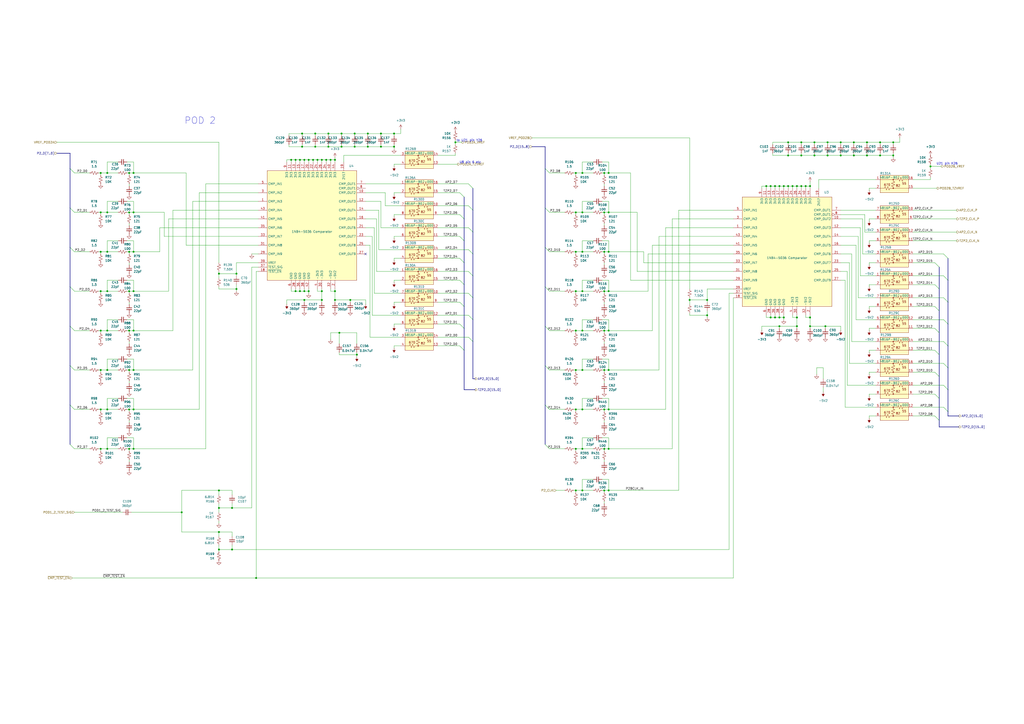
<source format=kicad_sch>
(kicad_sch (version 20250114) (generator "eeschema") (generator_version "9.0")
  (paper "A2")
  (text "U8 pin 6 etc" (at 272.796 94.234 0) (effects (font (size 1.27 1.27))))
  (text "U21 pin K26" (at 549.402 94.996 0) (effects (font (size 1.27 1.27))))
  (text "POD 2" (at 116.078 70.104 0) (effects (font (size 3.81 3.81))))
  (text "to U21 pin Y26" (at 272.288 81.534 0) (effects (font (size 1.27 1.27))))
  (junction (at 334.01 284.48))
  (junction (at 457.2 90.17))
  (junction (at 464.82 82.55))
  (junction (at 176.53 168.91))
  (junction (at 410.21 182.88))
  (junction (at 462.28 184.15))
  (junction (at 350.52 284.48))
  (junction (at 350.52 214.63))
  (junction (at 77.47 191.77))
  (junction (at 337.82 214.63))
  (junction (at 58.42 100.33))
  (junction (at 337.82 191.77))
  (junction (at 137.16 167.64))
  (junction (at 334.01 260.35))
  (junction (at 148.59 335.28))
  (junction (at 334.01 168.91))
  (junction (at 469.9 184.15))
  (junction (at 478.79 189.23))
  (junction (at 449.58 184.15))
  (junction (at 502.92 90.17))
  (junction (at 127 318.77))
  (junction (at 334.01 191.77))
  (junction (at 184.15 92.71))
  (junction (at 190.5 85.09))
  (junction (at 173.99 168.91))
  (junction (at 205.74 85.09))
  (junction (at 58.42 123.19))
  (junction (at 462.28 107.95))
  (junction (at 58.42 168.91))
  (junction (at 400.05 173.99))
  (junction (at 196.85 193.04))
  (junction (at 539.75 96.52))
  (junction (at 74.93 191.77))
  (junction (at 186.69 168.91))
  (junction (at 264.16 82.55))
  (junction (at 487.68 90.17))
  (junction (at 452.12 189.23))
  (junction (at 467.36 107.95))
  (junction (at 58.42 237.49))
  (junction (at 518.16 90.17))
  (junction (at 353.06 237.49))
  (junction (at 454.66 184.15))
  (junction (at 62.23 237.49))
  (junction (at 186.69 173.99))
  (junction (at 189.23 92.71))
  (junction (at 334.01 237.49))
  (junction (at 62.23 123.19))
  (junction (at 77.47 100.33))
  (junction (at 134.62 318.77))
  (junction (at 181.61 92.71))
  (junction (at 337.82 146.05))
  (junction (at 74.93 100.33))
  (junction (at 457.2 82.55))
  (junction (at 469.9 107.95))
  (junction (at 74.93 237.49))
  (junction (at 447.04 107.95))
  (junction (at 62.23 191.77))
  (junction (at 173.99 92.71))
  (junction (at 353.06 146.05))
  (junction (at 462.28 189.23))
  (junction (at 77.47 214.63))
  (junction (at 337.82 260.35))
  (junction (at 337.82 168.91))
  (junction (at 179.07 92.71))
  (junction (at 353.06 260.35))
  (junction (at 176.53 173.99))
  (junction (at 58.42 191.77))
  (junction (at 213.36 77.47))
  (junction (at 350.52 168.91))
  (junction (at 190.5 77.47))
  (junction (at 353.06 168.91))
  (junction (at 182.88 77.47))
  (junction (at 74.93 123.19))
  (junction (at 353.06 123.19))
  (junction (at 175.26 77.47))
  (junction (at 194.31 92.71))
  (junction (at 62.23 146.05))
  (junction (at 198.12 77.47))
  (junction (at 487.68 82.55))
  (junction (at 353.06 214.63))
  (junction (at 127 284.48))
  (junction (at 459.74 107.95))
  (junction (at 510.54 90.17))
  (junction (at 77.47 123.19))
  (junction (at 353.06 191.77))
  (junction (at 452.12 107.95))
  (junction (at 334.01 100.33))
  (junction (at 182.88 85.09))
  (junction (at 449.58 107.95))
  (junction (at 62.23 260.35))
  (junction (at 205.74 77.47))
  (junction (at 350.52 100.33))
  (junction (at 334.01 123.19))
  (junction (at 350.52 237.49))
  (junction (at 350.52 146.05))
  (junction (at 62.23 214.63))
  (junction (at 353.06 284.48))
  (junction (at 74.93 146.05))
  (junction (at 194.31 173.99))
  (junction (at 457.2 107.95))
  (junction (at 480.06 90.17))
  (junction (at 58.42 260.35))
  (junction (at 337.82 237.49))
  (junction (at 207.01 205.74))
  (junction (at 168.91 92.71))
  (junction (at 191.77 92.71))
  (junction (at 186.69 92.71))
  (junction (at 198.12 85.09))
  (junction (at 410.21 173.99))
  (junction (at 350.52 260.35))
  (junction (at 495.3 82.55))
  (junction (at 74.93 168.91))
  (junction (at 176.53 92.71))
  (junction (at 194.31 168.91))
  (junction (at 472.44 82.55))
  (junction (at 464.82 107.95))
  (junction (at 171.45 92.71))
  (junction (at 444.5 107.95))
  (junction (at 171.45 168.91))
  (junction (at 62.23 168.91))
  (junction (at 179.07 168.91))
  (junction (at 334.01 214.63))
  (junction (at 105.41 297.18))
  (junction (at 127 308.61))
  (junction (at 127 158.75))
  (junction (at 518.16 82.55))
  (junction (at 62.23 100.33))
  (junction (at 480.06 82.55))
  (junction (at 77.47 168.91))
  (junction (at 337.82 123.19))
  (junction (at 350.52 191.77))
  (junction (at 137.16 158.75))
  (junction (at 203.2 173.99))
  (junction (at 502.92 82.55))
  (junction (at 77.47 237.49))
  (junction (at 454.66 107.95))
  (junction (at 447.04 184.15))
  (junction (at 472.44 90.17))
  (junction (at 228.6 77.47))
  (junction (at 58.42 146.05))
  (junction (at 74.93 260.35))
  (junction (at 495.3 90.17))
  (junction (at 213.36 85.09))
  (junction (at 510.54 82.55))
  (junction (at 77.47 146.05))
  (junction (at 127 294.64))
  (junction (at 469.9 189.23))
  (junction (at 220.98 77.47))
  (junction (at 74.93 214.63))
  (junction (at 134.62 294.64))
  (junction (at 350.52 123.19))
  (junction (at 77.47 260.35))
  (junction (at 353.06 100.33))
  (junction (at 220.98 85.09))
  (junction (at 58.42 214.63))
  (junction (at 175.26 85.09))
  (junction (at 464.82 90.17))
  (junction (at 228.6 85.09))
  (junction (at 337.82 284.48))
  (junction (at 337.82 100.33))
  (junction (at 334.01 146.05))
  (junction (at 452.12 184.15))
  (no_connect (at 212.09 147.32))
  (bus_entry (at 266.7 111.76) (size 2.54 2.54))
  (bus_entry (at 266.7 137.16) (size 2.54 2.54))
  (bus_entry (at 547.37 236.22) (size 2.54 2.54))
  (bus_entry (at 547.37 160.02) (size 2.54 2.54))
  (bus_entry (at 271.78 119.38) (size 2.54 2.54))
  (bus_entry (at 542.29 241.3) (size 2.54 2.54))
  (bus_entry (at 40.64 257.81) (size 2.54 2.54))
  (bus_entry (at 271.78 144.78) (size 2.54 2.54))
  (bus_entry (at 316.23 212.09) (size 2.54 2.54))
  (bus_entry (at 266.7 124.46) (size 2.54 2.54))
  (bus_entry (at 271.78 132.08) (size 2.54 2.54))
  (bus_entry (at 266.7 175.26) (size 2.54 2.54))
  (bus_entry (at 266.7 187.96) (size 2.54 2.54))
  (bus_entry (at 316.23 166.37) (size 2.54 2.54))
  (bus_entry (at 547.37 185.42) (size 2.54 2.54))
  (bus_entry (at 542.29 152.4) (size 2.54 2.54))
  (bus_entry (at 266.7 200.66) (size 2.54 2.54))
  (bus_entry (at 40.64 212.09) (size 2.54 2.54))
  (bus_entry (at 547.37 147.32) (size 2.54 2.54))
  (bus_entry (at 271.78 157.48) (size 2.54 2.54))
  (bus_entry (at 542.29 177.8) (size 2.54 2.54))
  (bus_entry (at 271.78 170.18) (size 2.54 2.54))
  (bus_entry (at 40.64 234.95) (size 2.54 2.54))
  (bus_entry (at 542.29 203.2) (size 2.54 2.54))
  (bus_entry (at 316.23 189.23) (size 2.54 2.54))
  (bus_entry (at 542.29 190.5) (size 2.54 2.54))
  (bus_entry (at 542.29 165.1) (size 2.54 2.54))
  (bus_entry (at 40.64 97.79) (size 2.54 2.54))
  (bus_entry (at 316.23 143.51) (size 2.54 2.54))
  (bus_entry (at 316.23 97.79) (size 2.54 2.54))
  (bus_entry (at 542.29 228.6) (size 2.54 2.54))
  (bus_entry (at 547.37 210.82) (size 2.54 2.54))
  (bus_entry (at 271.78 106.68) (size 2.54 2.54))
  (bus_entry (at 316.23 234.95) (size 2.54 2.54))
  (bus_entry (at 547.37 198.12) (size 2.54 2.54))
  (bus_entry (at 266.7 162.56) (size 2.54 2.54))
  (bus_entry (at 40.64 143.51) (size 2.54 2.54))
  (bus_entry (at 542.29 215.9) (size 2.54 2.54))
  (bus_entry (at 40.64 166.37) (size 2.54 2.54))
  (bus_entry (at 40.64 189.23) (size 2.54 2.54))
  (bus_entry (at 547.37 223.52) (size 2.54 2.54))
  (bus_entry (at 547.37 172.72) (size 2.54 2.54))
  (bus_entry (at 271.78 182.88) (size 2.54 2.54))
  (bus_entry (at 316.23 257.81) (size 2.54 2.54))
  (bus_entry (at 266.7 149.86) (size 2.54 2.54))
  (bus_entry (at 40.64 120.65) (size 2.54 2.54))
  (bus_entry (at 271.78 195.58) (size 2.54 2.54))
  (bus_entry (at 316.23 120.65) (size 2.54 2.54))
  (bus (pts (xy 269.24 114.3) (xy 269.24 127)))
  (wire (pts (xy 389.89 127) (xy 389.89 260.35)))
  (bus (pts (xy 544.83 247.65) (xy 556.26 247.65)))
  (wire (pts (xy 74.93 214.63) (xy 74.93 215.9)))
  (wire (pts (xy 349.25 139.7) (xy 353.06 139.7)))
  (wire (pts (xy 425.45 157.48) (xy 369.57 157.48)))
  (wire (pts (xy 508 241.3) (xy 504.19 241.3)))
  (wire (pts (xy 198.12 77.47) (xy 190.5 77.47)))
  (wire (pts (xy 467.36 107.95) (xy 467.36 109.22)))
  (wire (pts (xy 266.7 200.66) (xy 254 200.66)))
  (wire (pts (xy 127 167.64) (xy 127 166.37)))
  (wire (pts (xy 473.71 217.17) (xy 473.71 213.36)))
  (wire (pts (xy 62.23 254) (xy 68.58 254)))
  (wire (pts (xy 199.39 90.17) (xy 199.39 93.98)))
  (wire (pts (xy 74.93 168.91) (xy 77.47 168.91)))
  (wire (pts (xy 469.9 189.23) (xy 469.9 184.15)))
  (wire (pts (xy 228.6 113.03) (xy 228.6 111.76)))
  (wire (pts (xy 518.16 82.55) (xy 518.16 83.82)))
  (wire (pts (xy 502.92 90.17) (xy 502.92 88.9)))
  (wire (pts (xy 205.74 77.47) (xy 198.12 77.47)))
  (wire (pts (xy 487.68 82.55) (xy 487.68 83.82)))
  (wire (pts (xy 266.7 187.96) (xy 254 187.96)))
  (wire (pts (xy 337.82 168.91) (xy 344.17 168.91)))
  (wire (pts (xy 232.41 77.47) (xy 228.6 77.47)))
  (wire (pts (xy 472.44 82.55) (xy 472.44 83.82)))
  (wire (pts (xy 337.82 185.42) (xy 337.82 191.77)))
  (wire (pts (xy 115.57 111.76) (xy 149.86 111.76)))
  (wire (pts (xy 182.88 85.09) (xy 175.26 85.09)))
  (wire (pts (xy 194.31 168.91) (xy 194.31 167.64)))
  (wire (pts (xy 74.93 106.68) (xy 74.93 107.95)))
  (wire (pts (xy 318.77 168.91) (xy 327.66 168.91)))
  (wire (pts (xy 220.98 116.84) (xy 212.09 116.84)))
  (wire (pts (xy 264.16 90.17) (xy 254 90.17)))
  (wire (pts (xy 215.9 137.16) (xy 212.09 137.16)))
  (wire (pts (xy 73.66 208.28) (xy 77.47 208.28)))
  (bus (pts (xy 40.64 120.65) (xy 40.64 143.51)))
  (wire (pts (xy 58.42 237.49) (xy 62.23 237.49)))
  (wire (pts (xy 500.38 127) (xy 487.68 127)))
  (wire (pts (xy 547.37 147.32) (xy 529.59 147.32)))
  (wire (pts (xy 425.45 172.72) (xy 425.45 335.28)))
  (wire (pts (xy 134.62 308.61) (xy 134.62 311.15)))
  (wire (pts (xy 127 284.48) (xy 134.62 284.48)))
  (wire (pts (xy 74.93 152.4) (xy 74.93 153.67)))
  (wire (pts (xy 337.82 93.98) (xy 344.17 93.98)))
  (wire (pts (xy 454.66 107.95) (xy 454.66 109.22)))
  (wire (pts (xy 350.52 284.48) (xy 353.06 284.48)))
  (wire (pts (xy 334.01 191.77) (xy 337.82 191.77)))
  (wire (pts (xy 452.12 184.15) (xy 449.58 184.15)))
  (wire (pts (xy 389.89 260.35) (xy 353.06 260.35)))
  (wire (pts (xy 203.2 173.99) (xy 203.2 175.26)))
  (wire (pts (xy 232.41 111.76) (xy 228.6 111.76)))
  (wire (pts (xy 410.21 173.99) (xy 410.21 175.26)))
  (wire (pts (xy 472.44 90.17) (xy 472.44 88.9)))
  (bus (pts (xy 274.32 121.92) (xy 274.32 134.62)))
  (wire (pts (xy 554.99 127) (xy 529.59 127)))
  (wire (pts (xy 127 287.02) (xy 127 284.48)))
  (wire (pts (xy 464.82 82.55) (xy 464.82 83.82)))
  (bus (pts (xy 544.83 205.74) (xy 544.83 193.04)))
  (wire (pts (xy 542.29 228.6) (xy 529.59 228.6)))
  (wire (pts (xy 539.75 97.79) (xy 539.75 96.52)))
  (wire (pts (xy 232.41 106.68) (xy 212.09 106.68)))
  (wire (pts (xy 457.2 82.55) (xy 457.2 83.82)))
  (wire (pts (xy 134.62 318.77) (xy 422.91 318.77)))
  (wire (pts (xy 510.54 90.17) (xy 510.54 88.9)))
  (wire (pts (xy 149.86 152.4) (xy 137.16 152.4)))
  (wire (pts (xy 441.96 107.95) (xy 441.96 109.22)))
  (wire (pts (xy 62.23 162.56) (xy 68.58 162.56)))
  (wire (pts (xy 474.98 104.14) (xy 474.98 109.22)))
  (wire (pts (xy 228.6 201.93) (xy 228.6 200.66)))
  (wire (pts (xy 223.52 111.76) (xy 212.09 111.76)))
  (wire (pts (xy 100.33 191.77) (xy 77.47 191.77)))
  (wire (pts (xy 218.44 127) (xy 212.09 127)))
  (wire (pts (xy 127 284.48) (xy 105.41 284.48)))
  (wire (pts (xy 196.85 193.04) (xy 196.85 199.39)))
  (wire (pts (xy 191.77 193.04) (xy 196.85 193.04)))
  (wire (pts (xy 350.52 100.33) (xy 350.52 101.6)))
  (wire (pts (xy 472.44 90.17) (xy 464.82 90.17)))
  (wire (pts (xy 73.66 100.33) (xy 74.93 100.33)))
  (bus (pts (xy 269.24 139.7) (xy 269.24 152.4)))
  (wire (pts (xy 410.21 180.34) (xy 410.21 182.88)))
  (wire (pts (xy 149.86 132.08) (xy 92.71 132.08)))
  (wire (pts (xy 477.52 213.36) (xy 477.52 219.71)))
  (wire (pts (xy 77.47 254) (xy 77.47 260.35)))
  (wire (pts (xy 73.66 254) (xy 77.47 254)))
  (wire (pts (xy 447.04 184.15) (xy 444.5 184.15)))
  (wire (pts (xy 332.74 100.33) (xy 334.01 100.33)))
  (wire (pts (xy 173.99 167.64) (xy 173.99 168.91)))
  (wire (pts (xy 504.19 177.8) (xy 508 177.8)))
  (bus (pts (xy 269.24 177.8) (xy 269.24 190.5)))
  (wire (pts (xy 504.19 229.87) (xy 504.19 228.6)))
  (wire (pts (xy 542.29 165.1) (xy 529.59 165.1)))
  (wire (pts (xy 337.82 254) (xy 337.82 260.35)))
  (wire (pts (xy 349.25 185.42) (xy 353.06 185.42)))
  (wire (pts (xy 220.98 132.08) (xy 220.98 116.84)))
  (wire (pts (xy 41.91 335.28) (xy 148.59 335.28)))
  (wire (pts (xy 232.41 124.46) (xy 228.6 124.46)))
  (wire (pts (xy 334.01 123.19) (xy 334.01 124.46)))
  (wire (pts (xy 510.54 82.55) (xy 502.92 82.55)))
  (bus (pts (xy 316.23 234.95) (xy 316.23 257.81)))
  (wire (pts (xy 168.91 92.71) (xy 166.37 92.71)))
  (wire (pts (xy 350.52 106.68) (xy 350.52 107.95)))
  (wire (pts (xy 400.05 173.99) (xy 410.21 173.99)))
  (wire (pts (xy 318.77 146.05) (xy 327.66 146.05)))
  (wire (pts (xy 74.93 146.05) (xy 77.47 146.05)))
  (wire (pts (xy 137.16 158.75) (xy 137.16 160.02)))
  (wire (pts (xy 176.53 167.64) (xy 176.53 168.91)))
  (wire (pts (xy 62.23 185.42) (xy 62.23 191.77)))
  (wire (pts (xy 462.28 189.23) (xy 462.28 184.15)))
  (wire (pts (xy 508 121.92) (xy 487.68 121.92)))
  (wire (pts (xy 499.11 160.02) (xy 508 160.02)))
  (wire (pts (xy 318.77 191.77) (xy 327.66 191.77)))
  (wire (pts (xy 134.62 287.02) (xy 134.62 284.48)))
  (wire (pts (xy 175.26 77.47) (xy 167.64 77.47)))
  (wire (pts (xy 175.26 85.09) (xy 167.64 85.09)))
  (wire (pts (xy 148.59 157.48) (xy 148.59 335.28)))
  (wire (pts (xy 137.16 167.64) (xy 137.16 168.91)))
  (wire (pts (xy 271.78 119.38) (xy 254 119.38)))
  (wire (pts (xy 57.15 237.49) (xy 58.42 237.49)))
  (wire (pts (xy 469.9 184.15) (xy 469.9 182.88)))
  (wire (pts (xy 74.93 123.19) (xy 77.47 123.19)))
  (wire (pts (xy 349.25 237.49) (xy 350.52 237.49)))
  (wire (pts (xy 186.69 173.99) (xy 176.53 173.99)))
  (bus (pts (xy 549.91 175.26) (xy 549.91 162.56)))
  (wire (pts (xy 228.6 151.13) (xy 228.6 149.86)))
  (wire (pts (xy 350.52 175.26) (xy 350.52 176.53)))
  (wire (pts (xy 176.53 92.71) (xy 176.53 93.98)))
  (wire (pts (xy 232.41 162.56) (xy 228.6 162.56)))
  (bus (pts (xy 544.83 180.34) (xy 544.83 167.64)))
  (wire (pts (xy 554.99 139.7) (xy 529.59 139.7)))
  (wire (pts (xy 422.91 318.77) (xy 422.91 170.18)))
  (wire (pts (xy 266.7 175.26) (xy 254 175.26)))
  (wire (pts (xy 349.25 116.84) (xy 353.06 116.84)))
  (wire (pts (xy 232.41 182.88) (xy 215.9 182.88)))
  (wire (pts (xy 62.23 168.91) (xy 68.58 168.91)))
  (bus (pts (xy 269.24 226.06) (xy 275.59 226.06)))
  (bus (pts (xy 269.24 165.1) (xy 269.24 177.8)))
  (wire (pts (xy 487.68 90.17) (xy 487.68 88.9)))
  (wire (pts (xy 264.16 88.9) (xy 264.16 90.17)))
  (wire (pts (xy 97.79 127) (xy 97.79 168.91)))
  (wire (pts (xy 410.21 182.88) (xy 410.21 184.15)))
  (wire (pts (xy 232.41 200.66) (xy 228.6 200.66)))
  (wire (pts (xy 337.82 100.33) (xy 344.17 100.33)))
  (wire (pts (xy 462.28 189.23) (xy 452.12 189.23)))
  (wire (pts (xy 337.82 185.42) (xy 344.17 185.42)))
  (wire (pts (xy 266.7 124.46) (xy 254 124.46)))
  (wire (pts (xy 228.6 77.47) (xy 220.98 77.47)))
  (wire (pts (xy 353.06 191.77) (xy 378.46 191.77)))
  (bus (pts (xy 40.64 212.09) (xy 40.64 234.95)))
  (wire (pts (xy 146.05 154.94) (xy 146.05 294.64)))
  (wire (pts (xy 425.45 132.08) (xy 386.08 132.08)))
  (wire (pts (xy 480.06 90.17) (xy 472.44 90.17)))
  (wire (pts (xy 175.26 77.47) (xy 175.26 78.74)))
  (wire (pts (xy 73.66 231.14) (xy 77.47 231.14)))
  (bus (pts (xy 269.24 152.4) (xy 269.24 165.1)))
  (wire (pts (xy 444.5 107.95) (xy 444.5 109.22)))
  (wire (pts (xy 232.41 95.25) (xy 228.6 95.25)))
  (wire (pts (xy 74.93 168.91) (xy 74.93 170.18)))
  (wire (pts (xy 508 172.72) (xy 497.84 172.72)))
  (wire (pts (xy 97.79 168.91) (xy 77.47 168.91)))
  (wire (pts (xy 504.19 152.4) (xy 508 152.4)))
  (wire (pts (xy 148.59 157.48) (xy 149.86 157.48)))
  (wire (pts (xy 508 228.6) (xy 504.19 228.6)))
  (wire (pts (xy 554.99 121.92) (xy 529.59 121.92)))
  (wire (pts (xy 77.47 185.42) (xy 77.47 191.77)))
  (bus (pts (xy 544.83 218.44) (xy 544.83 205.74)))
  (wire (pts (xy 337.82 254) (xy 344.17 254)))
  (wire (pts (xy 57.15 146.05) (xy 58.42 146.05)))
  (wire (pts (xy 473.71 213.36) (xy 477.52 213.36)))
  (wire (pts (xy 480.06 82.55) (xy 472.44 82.55)))
  (bus (pts (xy 549.91 238.76) (xy 549.91 241.3)))
  (wire (pts (xy 422.91 170.18) (xy 425.45 170.18)))
  (wire (pts (xy 499.11 160.02) (xy 499.11 132.08)))
  (wire (pts (xy 194.31 168.91) (xy 191.77 168.91)))
  (wire (pts (xy 95.25 123.19) (xy 77.47 123.19)))
  (wire (pts (xy 52.07 237.49) (xy 43.18 237.49)))
  (wire (pts (xy 459.74 107.95) (xy 457.2 107.95)))
  (wire (pts (xy 62.23 93.98) (xy 68.58 93.98)))
  (wire (pts (xy 487.68 189.23) (xy 478.79 189.23)))
  (wire (pts (xy 212.09 176.53) (xy 212.09 173.99)))
  (wire (pts (xy 547.37 198.12) (xy 529.59 198.12)))
  (wire (pts (xy 462.28 107.95) (xy 459.74 107.95)))
  (wire (pts (xy 373.38 152.4) (xy 425.45 152.4)))
  (wire (pts (xy 62.23 208.28) (xy 62.23 214.63)))
  (wire (pts (xy 74.93 175.26) (xy 74.93 176.53)))
  (wire (pts (xy 508 104.14) (xy 474.98 104.14)))
  (wire (pts (xy 459.74 184.15) (xy 459.74 182.88)))
  (wire (pts (xy 543.56 109.22) (xy 529.59 109.22)))
  (wire (pts (xy 504.19 165.1) (xy 508 165.1)))
  (wire (pts (xy 337.82 139.7) (xy 344.17 139.7)))
  (wire (pts (xy 350.52 123.19) (xy 353.06 123.19)))
  (wire (pts (xy 350.52 243.84) (xy 350.52 245.11)))
  (wire (pts (xy 77.47 93.98) (xy 77.47 100.33)))
  (wire (pts (xy 521.97 82.55) (xy 518.16 82.55)))
  (wire (pts (xy 539.75 96.52) (xy 539.75 95.25)))
  (wire (pts (xy 167.64 85.09) (xy 167.64 83.82)))
  (wire (pts (xy 266.7 162.56) (xy 254 162.56)))
  (wire (pts (xy 217.17 132.08) (xy 217.17 170.18)))
  (wire (pts (xy 264.16 83.82) (xy 264.16 82.55)))
  (wire (pts (xy 400.05 80.01) (xy 308.61 80.01)))
  (wire (pts (xy 469.9 107.95) (xy 467.36 107.95)))
  (wire (pts (xy 452.12 107.95) (xy 449.58 107.95)))
  (wire (pts (xy 410.21 182.88) (xy 400.05 182.88)))
  (wire (pts (xy 166.37 173.99) (xy 176.53 173.99)))
  (wire (pts (xy 100.33 121.92) (xy 100.33 191.77)))
  (wire (pts (xy 518.16 90.17) (xy 510.54 90.17)))
  (wire (pts (xy 57.15 191.77) (xy 58.42 191.77)))
  (wire (pts (xy 176.53 168.91) (xy 173.99 168.91)))
  (wire (pts (xy 495.3 82.55) (xy 495.3 83.82)))
  (bus (pts (xy 549.91 213.36) (xy 549.91 200.66)))
  (wire (pts (xy 334.01 100.33) (xy 334.01 101.6)))
  (wire (pts (xy 77.47 139.7) (xy 77.47 146.05)))
  (wire (pts (xy 521.97 80.01) (xy 521.97 82.55)))
  (wire (pts (xy 74.93 220.98) (xy 74.93 222.25)))
  (wire (pts (xy 365.76 100.33) (xy 353.06 100.33)))
  (wire (pts (xy 207.01 205.74) (xy 207.01 207.01)))
  (wire (pts (xy 490.22 236.22) (xy 490.22 162.56)))
  (wire (pts (xy 220.98 77.47) (xy 220.98 78.74)))
  (wire (pts (xy 190.5 77.47) (xy 182.88 77.47)))
  (wire (pts (xy 213.36 77.47) (xy 205.74 77.47)))
  (bus (pts (xy 40.64 189.23) (xy 40.64 212.09)))
  (wire (pts (xy 504.19 190.5) (xy 508 190.5)))
  (wire (pts (xy 182.88 77.47) (xy 182.88 78.74)))
  (wire (pts (xy 196.85 193.04) (xy 207.01 193.04)))
  (wire (pts (xy 77.47 162.56) (xy 77.47 168.91)))
  (wire (pts (xy 232.41 195.58) (xy 214.63 195.58)))
  (wire (pts (xy 464.82 82.55) (xy 457.2 82.55)))
  (wire (pts (xy 337.82 116.84) (xy 337.82 123.19)))
  (wire (pts (xy 332.74 237.49) (xy 334.01 237.49)))
  (wire (pts (xy 205.74 85.09) (xy 205.74 83.82)))
  (wire (pts (xy 107.95 100.33) (xy 77.47 100.33)))
  (wire (pts (xy 454.66 184.15) (xy 454.66 185.42)))
  (wire (pts (xy 349.25 146.05) (xy 350.52 146.05)))
  (bus (pts (xy 316.23 166.37) (xy 316.23 189.23)))
  (wire (pts (xy 504.19 204.47) (xy 504.19 203.2)))
  (wire (pts (xy 73.66 185.42) (xy 77.47 185.42)))
  (wire (pts (xy 425.45 167.64) (xy 410.21 167.64)))
  (bus (pts (xy 549.91 238.76) (xy 549.91 226.06)))
  (wire (pts (xy 491.49 223.52) (xy 491.49 157.48)))
  (wire (pts (xy 504.19 153.67) (xy 504.19 152.4)))
  (wire (pts (xy 186.69 168.91) (xy 184.15 168.91)))
  (wire (pts (xy 215.9 182.88) (xy 215.9 137.16)))
  (wire (pts (xy 457.2 107.95) (xy 454.66 107.95)))
  (wire (pts (xy 137.16 165.1) (xy 137.16 167.64)))
  (wire (pts (xy 179.07 168.91) (xy 176.53 168.91)))
  (wire (pts (xy 228.6 85.09) (xy 228.6 83.82)))
  (wire (pts (xy 447.04 107.95) (xy 444.5 107.95)))
  (wire (pts (xy 353.06 231.14) (xy 353.06 237.49)))
  (wire (pts (xy 337.82 162.56) (xy 337.82 168.91)))
  (wire (pts (xy 219.71 121.92) (xy 212.09 121.92)))
  (wire (pts (xy 228.6 125.73) (xy 228.6 124.46)))
  (bus (pts (xy 269.24 203.2) (xy 269.24 226.06)))
  (bus (pts (xy 549.91 241.3) (xy 556.26 241.3)))
  (wire (pts (xy 337.82 260.35) (xy 344.17 260.35)))
  (bus (pts (xy 549.91 226.06) (xy 549.91 213.36)))
  (wire (pts (xy 77.47 214.63) (xy 111.76 214.63)))
  (wire (pts (xy 232.41 157.48) (xy 218.44 157.48)))
  (wire (pts (xy 73.66 191.77) (xy 74.93 191.77)))
  (wire (pts (xy 191.77 92.71) (xy 191.77 93.98)))
  (wire (pts (xy 334.01 100.33) (xy 337.82 100.33)))
  (wire (pts (xy 62.23 260.35) (xy 68.58 260.35)))
  (wire (pts (xy 497.84 172.72) (xy 497.84 137.16)))
  (wire (pts (xy 504.19 217.17) (xy 504.19 215.9)))
  (wire (pts (xy 189.23 92.71) (xy 189.23 93.98)))
  (wire (pts (xy 127 152.4) (xy 127 82.55)))
  (wire (pts (xy 337.82 214.63) (xy 344.17 214.63)))
  (wire (pts (xy 213.36 85.09) (xy 213.36 83.82)))
  (bus (pts (xy 274.32 219.71) (xy 275.59 219.71)))
  (wire (pts (xy 337.82 278.13) (xy 337.82 284.48)))
  (wire (pts (xy 190.5 77.47) (xy 190.5 78.74)))
  (wire (pts (xy 198.12 85.09) (xy 190.5 85.09)))
  (wire (pts (xy 265.43 95.25) (xy 254 95.25)))
  (wire (pts (xy 127 316.23) (xy 127 318.77)))
  (wire (pts (xy 217.17 170.18) (xy 232.41 170.18)))
  (wire (pts (xy 58.42 168.91) (xy 58.42 170.18)))
  (wire (pts (xy 492.76 210.82) (xy 492.76 152.4)))
  (wire (pts (xy 62.23 231.14) (xy 62.23 237.49)))
  (wire (pts (xy 194.31 173.99) (xy 194.31 168.91)))
  (wire (pts (xy 400.05 173.99) (xy 400.05 176.53)))
  (wire (pts (xy 105.41 308.61) (xy 127 308.61)))
  (wire (pts (xy 74.93 191.77) (xy 77.47 191.77)))
  (wire (pts (xy 334.01 168.91) (xy 337.82 168.91)))
  (wire (pts (xy 58.42 191.77) (xy 58.42 193.04)))
  (wire (pts (xy 332.74 123.19) (xy 334.01 123.19)))
  (wire (pts (xy 175.26 85.09) (xy 175.26 83.82)))
  (wire (pts (xy 62.23 185.42) (xy 68.58 185.42)))
  (wire (pts (xy 186.69 92.71) (xy 186.69 93.98)))
  (wire (pts (xy 518.16 90.17) (xy 518.16 88.9)))
  (bus (pts (xy 269.24 127) (xy 269.24 139.7)))
  (wire (pts (xy 457.2 82.55) (xy 448.31 82.55)))
  (wire (pts (xy 146.05 154.94) (xy 149.86 154.94)))
  (wire (pts (xy 449.58 107.95) (xy 449.58 109.22)))
  (wire (pts (xy 232.41 132.08) (xy 220.98 132.08)))
  (wire (pts (xy 127 318.77) (xy 134.62 318.77)))
  (wire (pts (xy 212.09 173.99) (xy 203.2 173.99)))
  (wire (pts (xy 400.05 182.88) (xy 400.05 181.61)))
  (wire (pts (xy 554.99 134.62) (xy 529.59 134.62)))
  (wire (pts (xy 349.25 278.13) (xy 353.06 278.13)))
  (wire (pts (xy 369.57 123.19) (xy 353.06 123.19)))
  (wire (pts (xy 332.74 191.77) (xy 334.01 191.77)))
  (wire (pts (xy 322.58 284.48) (xy 327.66 284.48)))
  (wire (pts (xy 77.47 237.49) (xy 115.57 237.49)))
  (wire (pts (xy 264.16 82.55) (xy 264.16 81.28)))
  (wire (pts (xy 43.18 297.18) (xy 71.12 297.18)))
  (wire (pts (xy 92.71 132.08) (xy 92.71 146.05)))
  (wire (pts (xy 43.18 123.19) (xy 52.07 123.19)))
  (wire (pts (xy 266.7 137.16) (xy 254 137.16)))
  (wire (pts (xy 337.82 208.28) (xy 337.82 214.63)))
  (wire (pts (xy 191.77 92.71) (xy 189.23 92.71)))
  (wire (pts (xy 350.52 168.91) (xy 353.06 168.91)))
  (bus (pts (xy 316.23 189.23) (xy 316.23 212.09)))
  (wire (pts (xy 449.58 182.88) (xy 449.58 184.15)))
  (wire (pts (xy 213.36 85.09) (xy 205.74 85.09)))
  (wire (pts (xy 502.92 90.17) (xy 495.3 90.17)))
  (wire (pts (xy 176.53 92.71) (xy 173.99 92.71)))
  (wire (pts (xy 223.52 119.38) (xy 223.52 111.76)))
  (wire (pts (xy 318.77 237.49) (xy 327.66 237.49)))
  (wire (pts (xy 501.65 124.46) (xy 487.68 124.46)))
  (wire (pts (xy 271.78 132.08) (xy 254 132.08)))
  (wire (pts (xy 74.93 100.33) (xy 74.93 101.6)))
  (wire (pts (xy 496.57 142.24) (xy 487.68 142.24)))
  (wire (pts (xy 494.03 147.32) (xy 487.68 147.32)))
  (wire (pts (xy 184.15 92.71) (xy 181.61 92.71)))
  (wire (pts (xy 373.38 146.05) (xy 373.38 152.4)))
  (wire (pts (xy 232.41 149.86) (xy 228.6 149.86)))
  (wire (pts (xy 184.15 168.91) (xy 184.15 167.64)))
  (wire (pts (xy 350.52 168.91) (xy 350.52 170.18)))
  (wire (pts (xy 480.06 82.55) (xy 480.06 83.82)))
  (wire (pts (xy 74.93 260.35) (xy 77.47 260.35)))
  (wire (pts (xy 57.15 123.19) (xy 58.42 123.19)))
  (wire (pts (xy 220.98 85.09) (xy 220.98 83.82)))
  (wire (pts (xy 518.16 82.55) (xy 510.54 82.55)))
  (wire (pts (xy 462.28 107.95) (xy 462.28 109.22)))
  (wire (pts (xy 464.82 107.95) (xy 464.82 109.22)))
  (wire (pts (xy 334.01 237.49) (xy 334.01 238.76)))
  (wire (pts (xy 350.52 237.49) (xy 350.52 238.76)))
  (wire (pts (xy 349.25 191.77) (xy 350.52 191.77)))
  (wire (pts (xy 74.93 237.49) (xy 74.93 238.76)))
  (wire (pts (xy 62.23 123.19) (xy 68.58 123.19)))
  (wire (pts (xy 194.31 91.44) (xy 194.31 92.71)))
  (wire (pts (xy 508 147.32) (xy 500.38 147.32)))
  (bus (pts (xy 316.23 120.65) (xy 316.23 143.51)))
  (wire (pts (xy 198.12 85.09) (xy 198.12 83.82)))
  (wire (pts (xy 166.37 92.71) (xy 166.37 93.98)))
  (wire (pts (xy 77.47 260.35) (xy 119.38 260.35)))
  (wire (pts (xy 510.54 90.17) (xy 502.92 90.17)))
  (wire (pts (xy 171.45 168.91) (xy 168.91 168.91)))
  (wire (pts (xy 334.01 214.63) (xy 337.82 214.63)))
  (wire (pts (xy 425.45 137.16) (xy 382.27 137.16)))
  (wire (pts (xy 508 210.82) (xy 492.76 210.82)))
  (wire (pts (xy 196.85 204.47) (xy 196.85 205.74)))
  (bus (pts (xy 274.32 160.02) (xy 274.32 172.72)))
  (wire (pts (xy 334.01 123.19) (xy 337.82 123.19)))
  (wire (pts (xy 179.07 92.71) (xy 176.53 92.71)))
  (wire (pts (xy 547.37 160.02) (xy 529.59 160.02)))
  (wire (pts (xy 504.19 110.49) (xy 504.19 109.22)))
  (wire (pts (xy 73.66 139.7) (xy 77.47 139.7)))
  (wire (pts (xy 219.71 144.78) (xy 219.71 121.92)))
  (wire (pts (xy 73.66 116.84) (xy 77.47 116.84)))
  (wire (pts (xy 478.79 189.23) (xy 478.79 190.5)))
  (wire (pts (xy 134.62 316.23) (xy 134.62 318.77)))
  (wire (pts (xy 266.7 111.76) (xy 254 111.76)))
  (wire (pts (xy 62.23 191.77) (xy 68.58 191.77)))
  (wire (pts (xy 480.06 90.17) (xy 480.06 88.9)))
  (bus (pts (xy 316.23 143.51) (xy 316.23 166.37)))
  (wire (pts (xy 492.76 152.4) (xy 487.68 152.4)))
  (wire (pts (xy 332.74 284.48) (xy 334.01 284.48)))
  (wire (pts (xy 207.01 205.74) (xy 196.85 205.74)))
  (wire (pts (xy 168.91 168.91) (xy 168.91 167.64)))
  (bus (pts (xy 549.91 187.96) (xy 549.91 175.26)))
  (wire (pts (xy 491.49 157.48) (xy 487.68 157.48)))
  (wire (pts (xy 504.19 191.77) (xy 504.19 190.5)))
  (wire (pts (xy 148.59 335.28) (xy 425.45 335.28)))
  (wire (pts (xy 58.42 260.35) (xy 58.42 261.62)))
  (wire (pts (xy 58.42 214.63) (xy 58.42 215.9)))
  (wire (pts (xy 218.44 157.48) (xy 218.44 127)))
  (wire (pts (xy 469.9 184.15) (xy 467.36 184.15)))
  (wire (pts (xy 62.23 116.84) (xy 68.58 116.84)))
  (wire (pts (xy 504.19 215.9) (xy 508 215.9)))
  (wire (pts (xy 337.82 123.19) (xy 344.17 123.19)))
  (wire (pts (xy 495.3 90.17) (xy 487.68 90.17)))
  (wire (pts (xy 228.6 96.52) (xy 228.6 95.25)))
  (wire (pts (xy 43.18 191.77) (xy 52.07 191.77)))
  (wire (pts (xy 74.93 260.35) (xy 74.93 261.62)))
  (wire (pts (xy 181.61 92.71) (xy 179.07 92.71)))
  (wire (pts (xy 194.31 175.26) (xy 194.31 173.99)))
  (wire (pts (xy 410.21 173.99) (xy 410.21 167.64)))
  (wire (pts (xy 504.19 179.07) (xy 504.19 177.8)))
  (wire (pts (xy 179.07 167.64) (xy 179.07 168.91)))
  (wire (pts (xy 349.25 93.98) (xy 353.06 93.98)))
  (wire (pts (xy 73.66 260.35) (xy 74.93 260.35)))
  (wire (pts (xy 220.98 77.47) (xy 213.36 77.47)))
  (wire (pts (xy 350.52 146.05) (xy 350.52 147.32)))
  (wire (pts (xy 495.3 90.17) (xy 495.3 88.9)))
  (wire (pts (xy 74.93 100.33) (xy 77.47 100.33)))
  (wire (pts (xy 127 294.64) (xy 127 292.1)))
  (wire (pts (xy 469.9 190.5) (xy 469.9 189.23)))
  (wire (pts (xy 353.06 93.98) (xy 353.06 100.33)))
  (wire (pts (xy 171.45 167.64) (xy 171.45 168.91)))
  (wire (pts (xy 375.92 147.32) (xy 375.92 168.91)))
  (wire (pts (xy 33.02 82.55) (xy 127 82.55)))
  (bus (pts (xy 316.23 212.09) (xy 316.23 234.95)))
  (wire (pts (xy 212.09 132.08) (xy 217.17 132.08)))
  (wire (pts (xy 462.28 184.15) (xy 459.74 184.15)))
  (wire (pts (xy 137.16 167.64) (xy 127 167.64)))
  (wire (pts (xy 173.99 92.71) (xy 173.99 93.98)))
  (wire (pts (xy 350.52 214.63) (xy 353.06 214.63)))
  (wire (pts (xy 487.68 132.08) (xy 499.11 132.08)))
  (wire (pts (xy 58.42 123.19) (xy 62.23 123.19)))
  (wire (pts (xy 62.23 139.7) (xy 68.58 139.7)))
  (wire (pts (xy 127 158.75) (xy 137.16 158.75)))
  (wire (pts (xy 62.23 231.14) (xy 68.58 231.14)))
  (wire (pts (xy 271.78 106.68) (xy 254 106.68)))
  (wire (pts (xy 378.46 191.77) (xy 378.46 142.24)))
  (wire (pts (xy 214.63 142.24) (xy 212.09 142.24)))
  (wire (pts (xy 228.6 189.23) (xy 228.6 187.96)))
  (wire (pts (xy 62.23 93.98) (xy 62.23 100.33)))
  (wire (pts (xy 77.47 116.84) (xy 77.47 123.19)))
  (bus (pts (xy 40.64 166.37) (xy 40.64 189.23)))
  (wire (pts (xy 539.75 104.14) (xy 529.59 104.14)))
  (wire (pts (xy 494.03 198.12) (xy 494.03 147.32)))
  (wire (pts (xy 58.42 146.05) (xy 58.42 147.32)))
  (wire (pts (xy 62.23 254) (xy 62.23 260.35)))
  (wire (pts (xy 500.38 147.32) (xy 500.38 127)))
  (wire (pts (xy 349.25 231.14) (xy 353.06 231.14)))
  (wire (pts (xy 58.42 100.33) (xy 58.42 101.6)))
  (wire (pts (xy 119.38 106.68) (xy 149.86 106.68)))
  (wire (pts (xy 107.95 100.33) (xy 107.95 142.24)))
  (wire (pts (xy 350.52 290.83) (xy 350.52 292.1)))
  (wire (pts (xy 115.57 237.49) (xy 115.57 111.76)))
  (wire (pts (xy 478.79 189.23) (xy 469.9 189.23)))
  (wire (pts (xy 490.22 162.56) (xy 487.68 162.56)))
  (wire (pts (xy 57.15 168.91) (xy 58.42 168.91)))
  (bus (pts (xy 544.83 193.04) (xy 544.83 180.34)))
  (wire (pts (xy 334.01 168.91) (xy 334.01 170.18)))
  (wire (pts (xy 105.41 284.48) (xy 105.41 297.18)))
  (wire (pts (xy 191.77 196.85) (xy 191.77 193.04)))
  (wire (pts (xy 542.29 152.4) (xy 529.59 152.4)))
  (wire (pts (xy 194.31 92.71) (xy 191.77 92.71)))
  (wire (pts (xy 186.69 92.71) (xy 184.15 92.71)))
  (wire (pts (xy 73.66 123.19) (xy 74.93 123.19)))
  (wire (pts (xy 350.52 198.12) (xy 350.52 199.39)))
  (wire (pts (xy 467.36 182.88) (xy 467.36 184.15)))
  (wire (pts (xy 332.74 214.63) (xy 334.01 214.63)))
  (wire (pts (xy 73.66 162.56) (xy 77.47 162.56)))
  (wire (pts (xy 213.36 77.47) (xy 213.36 78.74)))
  (wire (pts (xy 271.78 195.58) (xy 254 195.58)))
  (bus (pts (xy 274.32 147.32) (xy 274.32 160.02)))
  (wire (pts (xy 58.42 168.91) (xy 62.23 168.91)))
  (bus (pts (xy 549.91 162.56) (xy 549.91 149.86)))
  (wire (pts (xy 179.07 168.91) (xy 179.07 170.18)))
  (wire (pts (xy 467.36 107.95) (xy 464.82 107.95)))
  (wire (pts (xy 149.86 127) (xy 97.79 127)))
  (wire (pts (xy 495.3 82.55) (xy 487.68 82.55)))
  (wire (pts (xy 539.75 102.87) (xy 539.75 104.14)))
  (wire (pts (xy 232.41 90.17) (xy 199.39 90.17)))
  (wire (pts (xy 350.52 146.05) (xy 353.06 146.05)))
  (bus (pts (xy 544.83 243.84) (xy 544.83 247.65)))
  (wire (pts (xy 349.25 214.63) (xy 350.52 214.63)))
  (wire (pts (xy 365.76 162.56) (xy 365.76 100.33)))
  (wire (pts (xy 62.23 237.49) (xy 68.58 237.49)))
  (wire (pts (xy 149.86 121.92) (xy 100.33 121.92)))
  (wire (pts (xy 547.37 172.72) (xy 529.59 172.72)))
  (wire (pts (xy 504.19 128.27) (xy 504.19 127)))
  (wire (pts (xy 504.19 140.97) (xy 504.19 139.7)))
  (wire (pts (xy 518.16 90.17) (xy 518.16 91.44)))
  (wire (pts (xy 127 294.64) (xy 134.62 294.64)))
  (wire (pts (xy 43.18 100.33) (xy 52.07 100.33)))
  (wire (pts (xy 425.45 147.32) (xy 375.92 147.32)))
  (bus (pts (xy 40.64 234.95) (xy 40.64 257.81)))
  (wire (pts (xy 149.86 147.32) (xy 146.05 147.32)))
  (wire (pts (xy 334.01 146.05) (xy 337.82 146.05)))
  (wire (pts (xy 350.52 266.7) (xy 350.52 267.97)))
  (wire (pts (xy 542.29 215.9) (xy 529.59 215.9)))
  (wire (pts (xy 448.31 82.55) (xy 448.31 83.82)))
  (wire (pts (xy 454.66 182.88) (xy 454.66 184.15)))
  (wire (pts (xy 186.69 173.99) (xy 186.69 168.91)))
  (wire (pts (xy 318.77 260.35) (xy 327.66 260.35)))
  (wire (pts (xy 350.52 123.19) (xy 350.52 124.46)))
  (wire (pts (xy 57.15 214.63) (xy 58.42 214.63)))
  (wire (pts (xy 510.54 82.55) (xy 510.54 83.82)))
  (wire (pts (xy 58.42 214.63) (xy 62.23 214.63)))
  (wire (pts (xy 149.86 137.16) (xy 95.25 137.16)))
  (wire (pts (xy 62.23 100.33) (xy 68.58 100.33)))
  (wire (pts (xy 318.77 214.63) (xy 327.66 214.63)))
  (wire (pts (xy 369.57 157.48) (xy 369.57 123.19)))
  (wire (pts (xy 332.74 168.91) (xy 334.01 168.91)))
  (wire (pts (xy 508 109.22) (xy 504.19 109.22)))
  (wire (pts (xy 74.93 198.12) (xy 74.93 199.39)))
  (wire (pts (xy 105.41 297.18) (xy 105.41 308.61)))
  (wire (pts (xy 92.71 146.05) (xy 77.47 146.05)))
  (wire (pts (xy 464.82 107.95) (xy 462.28 107.95)))
  (wire (pts (xy 52.07 260.35) (xy 43.18 260.35)))
  (wire (pts (xy 353.06 162.56) (xy 353.06 168.91)))
  (wire (pts (xy 457.2 90.17) (xy 457.2 88.9)))
  (wire (pts (xy 449.58 184.15) (xy 447.04 184.15)))
  (bus (pts (xy 544.83 231.14) (xy 544.83 218.44)))
  (wire (pts (xy 504.19 203.2) (xy 508 203.2)))
  (wire (pts (xy 487.68 191.77) (xy 487.68 189.23)))
  (wire (pts (xy 349.25 284.48) (xy 350.52 284.48)))
  (wire (pts (xy 168.91 92.71) (xy 168.91 93.98)))
  (wire (pts (xy 504.19 242.57) (xy 504.19 241.3)))
  (wire (pts (xy 232.41 175.26) (xy 228.6 175.26)))
  (wire (pts (xy 349.25 254) (xy 353.06 254)))
  (bus (pts (xy 40.64 97.79) (xy 40.64 120.65)))
  (wire (pts (xy 73.66 93.98) (xy 77.47 93.98)))
  (wire (pts (xy 487.68 90.17) (xy 480.06 90.17)))
  (bus (pts (xy 549.91 200.66) (xy 549.91 187.96)))
  (wire (pts (xy 271.78 144.78) (xy 254 144.78)))
  (wire (pts (xy 95.25 123.19) (xy 95.25 137.16)))
  (wire (pts (xy 232.41 187.96) (xy 228.6 187.96)))
  (wire (pts (xy 198.12 77.47) (xy 198.12 78.74)))
  (wire (pts (xy 207.01 193.04) (xy 207.01 199.39)))
  (wire (pts (xy 127 157.48) (xy 127 158.75)))
  (wire (pts (xy 74.93 237.49) (xy 77.47 237.49)))
  (wire (pts (xy 508 236.22) (xy 490.22 236.22)))
  (wire (pts (xy 425.45 121.92) (xy 393.7 121.92)))
  (wire (pts (xy 134.62 294.64) (xy 134.62 292.1)))
  (wire (pts (xy 228.6 77.47) (xy 228.6 78.74)))
  (wire (pts (xy 425.45 162.56) (xy 365.76 162.56)))
  (wire (pts (xy 477.52 224.79) (xy 477.52 227.33)))
  (wire (pts (xy 349.25 123.19) (xy 350.52 123.19)))
  (wire (pts (xy 127 297.18) (xy 127 294.64)))
  (wire (pts (xy 472.44 82.55) (xy 464.82 82.55)))
  (bus (pts (xy 269.24 190.5) (xy 269.24 203.2)))
  (wire (pts (xy 337.82 191.77) (xy 344.17 191.77)))
  (wire (pts (xy 77.47 231.14) (xy 77.47 237.49)))
  (wire (pts (xy 167.64 77.47) (xy 167.64 78.74)))
  (wire (pts (xy 400.05 172.72) (xy 400.05 173.99)))
  (wire (pts (xy 166.37 176.53) (xy 166.37 173.99)))
  (wire (pts (xy 58.42 260.35) (xy 62.23 260.35)))
  (wire (pts (xy 464.82 90.17) (xy 457.2 90.17)))
  (wire (pts (xy 181.61 92.71) (xy 181.61 93.98)))
  (wire (pts (xy 189.23 92.71) (xy 186.69 92.71)))
  (wire (pts (xy 62.23 214.63) (xy 68.58 214.63)))
  (bus (pts (xy 274.32 172.72) (xy 274.32 185.42)))
  (wire (pts (xy 334.01 284.48) (xy 334.01 285.75)))
  (wire (pts (xy 504.19 139.7) (xy 508 139.7)))
  (wire (pts (xy 228.6 85.09) (xy 228.6 86.36)))
  (wire (pts (xy 542.29 203.2) (xy 529.59 203.2)))
  (wire (pts (xy 186.69 173.99) (xy 186.69 175.26)))
  (wire (pts (xy 266.7 149.86) (xy 254 149.86)))
  (wire (pts (xy 334.01 260.35) (xy 334.01 261.62)))
  (wire (pts (xy 271.78 182.88) (xy 254 182.88)))
  (wire (pts (xy 353.06 214.63) (xy 382.27 214.63)))
  (wire (pts (xy 452.12 189.23) (xy 452.12 190.5)))
  (wire (pts (xy 205.74 77.47) (xy 205.74 78.74)))
  (wire (pts (xy 74.93 129.54) (xy 74.93 130.81)))
  (wire (pts (xy 547.37 223.52) (xy 529.59 223.52)))
  (wire (pts (xy 337.82 231.14) (xy 344.17 231.14)))
  (wire (pts (xy 228.6 85.09) (xy 220.98 85.09)))
  (wire (pts (xy 337.82 278.13) (xy 344.17 278.13)))
  (wire (pts (xy 271.78 157.48) (xy 254 157.48)))
  (wire (pts (xy 350.52 129.54) (xy 350.52 130.81)))
  (wire (pts (xy 52.07 214.63) (xy 43.18 214.63)))
  (wire (pts (xy 353.06 146.05) (xy 373.38 146.05)))
  (wire (pts (xy 457.2 90.17) (xy 448.31 90.17)))
  (wire (pts (xy 337.82 146.05) (xy 344.17 146.05)))
  (wire (pts (xy 74.93 214.63) (xy 77.47 214.63)))
  (wire (pts (xy 73.66 237.49) (xy 74.93 237.49)))
  (wire (pts (xy 74.93 123.19) (xy 74.93 124.46)))
  (wire (pts (xy 171.45 92.71) (xy 168.91 92.71)))
  (wire (pts (xy 337.82 116.84) (xy 344.17 116.84)))
  (wire (pts (xy 349.25 100.33) (xy 350.52 100.33)))
  (wire (pts (xy 232.41 144.78) (xy 219.71 144.78)))
  (wire (pts (xy 378.46 142.24) (xy 425.45 142.24)))
  (wire (pts (xy 487.68 82.55) (xy 480.06 82.55)))
  (wire (pts (xy 542.29 177.8) (xy 529.59 177.8)))
  (wire (pts (xy 337.82 162.56) (xy 344.17 162.56)))
  (bus (pts (xy 40.64 88.9) (xy 40.64 97.79)))
  (wire (pts (xy 182.88 77.47) (xy 175.26 77.47)))
  (wire (pts (xy 542.29 241.3) (xy 529.59 241.3)))
  (wire (pts (xy 58.42 237.49) (xy 58.42 238.76)))
  (wire (pts (xy 400.05 167.64) (xy 400.05 80.01)))
  (wire (pts (xy 546.1 96.52) (xy 539.75 96.52)))
  (wire (pts (xy 203.2 173.99) (xy 194.31 173.99)))
  (bus (pts (xy 316.23 97.79) (xy 316.23 120.65)))
  (wire (pts (xy 76.2 297.18) (xy 105.41 297.18)))
  (wire (pts (xy 232.41 119.38) (xy 223.52 119.38)))
  (wire (pts (xy 441.96 189.23) (xy 452.12 189.23)))
  (wire (pts (xy 393.7 284.48) (xy 353.06 284.48)))
  (wire (pts (xy 318.77 123.19) (xy 327.66 123.19)))
  (wire (pts (xy 334.01 284.48) (xy 337.82 284.48)))
  (wire (pts (xy 337.82 231.14) (xy 337.82 237.49)))
  (wire (pts (xy 350.52 260.35) (xy 350.52 261.62)))
  (wire (pts (xy 337.82 237.49) (xy 344.17 237.49)))
  (wire (pts (xy 191.77 167.64) (xy 191.77 168.91)))
  (wire (pts (xy 74.93 266.7) (xy 74.93 267.97)))
  (wire (pts (xy 353.06 254) (xy 353.06 260.35)))
  (bus (pts (xy 33.02 88.9) (xy 40.64 88.9)))
  (wire (pts (xy 353.06 116.84) (xy 353.06 123.19)))
  (wire (pts (xy 205.74 85.09) (xy 198.12 85.09)))
  (wire (pts (xy 271.78 170.18) (xy 254 170.18)))
  (wire (pts (xy 350.52 260.35) (xy 353.06 260.35)))
  (wire (pts (xy 457.2 107.95) (xy 457.2 109.22)))
  (wire (pts (xy 469.9 107.95) (xy 469.9 109.22)))
  (wire (pts (xy 508 198.12) (xy 494.03 198.12)))
  (wire (pts (xy 77.47 208.28) (xy 77.47 214.63)))
  (wire (pts (xy 334.01 260.35) (xy 337.82 260.35)))
  (wire (pts (xy 462.28 182.88) (xy 462.28 184.15)))
  (wire (pts (xy 74.93 191.77) (xy 74.93 193.04)))
  (wire (pts (xy 186.69 167.64) (xy 186.69 168.91)))
  (wire (pts (xy 337.82 284.48) (xy 344.17 284.48)))
  (wire (pts (xy 62.23 208.28) (xy 68.58 208.28)))
  (wire (pts (xy 350.52 100.33) (xy 353.06 100.33)))
  (wire (pts (xy 497.84 137.16) (xy 487.68 137.16)))
  (wire (pts (xy 171.45 92.71) (xy 171.45 93.98)))
  (wire (pts (xy 111.76 214.63) (xy 111.76 116.84)))
  (bus (pts (xy 274.32 134.62) (xy 274.32 147.32)))
  (wire (pts (xy 74.93 243.84) (xy 74.93 245.11)))
  (wire (pts (xy 43.18 168.91) (xy 52.07 168.91)))
  (wire (pts (xy 496.57 185.42) (xy 496.57 142.24)))
  (wire (pts (xy 459.74 107.95) (xy 459.74 109.22)))
  (wire (pts (xy 382.27 214.63) (xy 382.27 137.16)))
  (wire (pts (xy 393.7 121.92) (xy 393.7 284.48)))
  (wire (pts (xy 452.12 182.88) (xy 452.12 184.15)))
  (wire (pts (xy 173.99 168.91) (xy 171.45 168.91)))
  (wire (pts (xy 447.04 107.95) (xy 447.04 109.22)))
  (wire (pts (xy 547.37 236.22) (xy 529.59 236.22)))
  (wire (pts (xy 57.15 260.35) (xy 58.42 260.35)))
  (wire (pts (xy 452.12 107.95) (xy 452.12 109.22)))
  (wire (pts (xy 444.5 107.95) (xy 441.96 107.95)))
  (wire (pts (xy 334.01 214.63) (xy 334.01 215.9)))
  (wire (pts (xy 337.82 208.28) (xy 344.17 208.28)))
  (wire (pts (xy 184.15 92.71) (xy 184.15 93.98)))
  (wire (pts (xy 454.66 107.95) (xy 452.12 107.95)))
  (wire (pts (xy 119.38 260.35) (xy 119.38 106.68)))
  (wire (pts (xy 149.86 142.24) (xy 107.95 142.24)))
  (wire (pts (xy 127 302.26) (xy 127 303.53)))
  (wire (pts (xy 337.82 93.98) (xy 337.82 100.33)))
  (wire (pts (xy 501.65 134.62) (xy 501.65 124.46)))
  (wire (pts (xy 182.88 85.09) (xy 182.88 83.82)))
  (wire (pts (xy 350.52 191.77) (xy 350.52 193.04)))
  (bus (pts (xy 316.23 85.09) (xy 316.23 97.79)))
  (wire (pts (xy 542.29 190.5) (xy 529.59 190.5)))
  (wire (pts (xy 386.08 237.49) (xy 353.06 237.49)))
  (wire (pts (xy 349.25 168.91) (xy 350.52 168.91)))
  (wire (pts (xy 127 158.75) (xy 127 161.29)))
  (wire (pts (xy 179.07 92.71) (xy 179.07 93.98)))
  (wire (pts (xy 58.42 123.19) (xy 58.42 124.46)))
  (wire (pts (xy 547.37 185.42) (xy 529.59 185.42)))
  (wire (pts (xy 375.92 168.91) (xy 353.06 168.91)))
  (wire (pts (xy 214.63 195.58) (xy 214.63 142.24)))
  (wire (pts (xy 127 311.15) (xy 127 308.61)))
  (wire (pts (xy 190.5 85.09) (xy 190.5 83.82)))
  (wire (pts (xy 508 185.42) (xy 496.57 185.42)))
  (wire (pts (xy 464.82 90.17) (xy 464.82 88.9)))
  (wire (pts (xy 504.19 166.37) (xy 504.19 165.1)))
  (wire (pts (xy 353.06 185.42) (xy 353.06 191.77)))
  (wire (pts (xy 57.15 100.33) (xy 58.42 100.33)))
  (bus (pts (xy 544.83 167.64) (xy 544.83 154.94)))
  (wire (pts (xy 350.52 214.63) (xy 350.52 215.9)))
  (wire (pts (xy 62.23 146.05) (xy 68.58 146.05)))
  (wire (pts (xy 386.08 132.08) (xy 386.08 237.49)))
  (wire (pts (xy 74.93 146.05) (xy 74.93 147.32)))
  (wire (pts (xy 448.31 88.9) (xy 448.31 90.17)))
  (wire (pts (xy 127 308.61) (xy 134.62 308.61)))
  (wire (pts (xy 353.06 278.13) (xy 353.06 284.48)))
  (wire (pts (xy 447.04 182.88) (xy 447.04 184.15)))
  (wire (pts (xy 547.37 210.82) (xy 529.59 210.82)))
  (wire (pts (xy 350.52 237.49) (xy 353.06 237.49)))
  (wire (pts (xy 350.52 220.98) (xy 350.52 222.25)))
  (wire (pts (xy 228.6 163.83) (xy 228.6 162.56)))
  (wire (pts (xy 58.42 100.33) (xy 62.23 100.33)))
  (wire (pts (xy 137.16 158.75) (xy 137.16 152.4)))
  (wire (pts (xy 349.25 162.56) (xy 353.06 162.56)))
  (wire (pts (xy 350.52 284.48) (xy 350.52 285.75)))
  (wire (pts (xy 173.99 92.71) (xy 171.45 92.71)))
  (wire (pts (xy 127 320.04) (xy 127 318.77)))
  (wire (pts (xy 232.41 137.16) (xy 228.6 137.16)))
  (wire (pts (xy 332.74 146.05) (xy 334.01 146.05)))
  (bus (pts (xy 274.32 198.12) (xy 274.32 219.71)))
  (wire (pts (xy 508 223.52) (xy 491.49 223.52)))
  (wire (pts (xy 220.98 85.09) (xy 213.36 85.09)))
  (wire (pts (xy 58.42 146.05) (xy 62.23 146.05)))
  (wire (pts (xy 469.9 107.95) (xy 469.9 105.41)))
  (wire (pts (xy 502.92 82.55) (xy 495.3 82.55)))
  (wire (pts (xy 454.66 184.15) (xy 452.12 184.15)))
  (wire (pts (xy 350.52 152.4) (xy 350.52 153.67)))
  (wire (pts (xy 62.23 116.84) (xy 62.23 123.19)))
  (wire (pts (xy 337.82 139.7) (xy 337.82 146.05)))
  (wire (pts (xy 194.31 92.71) (xy 194.31 93.98)))
  (wire (pts (xy 62.23 139.7) (xy 62.23 146.05)))
  (wire (pts (xy 111.76 116.84) (xy 149.86 116.84)))
  (wire (pts (xy 228.6 138.43) (xy 228.6 137.16)))
  (bus (pts (xy 40.64 143.51) (xy 40.64 166.37)))
  (wire (pts (xy 207.01 204.47) (xy 207.01 205.74)))
  (wire (pts (xy 334.01 237.49) (xy 337.82 237.49)))
  (wire (pts (xy 43.18 146.05) (xy 52.07 146.05)))
  (bus (pts (xy 308.61 85.09) (xy 316.23 85.09)))
  (wire (pts (xy 334.01 191.77) (xy 334.01 193.04)))
  (wire (pts (xy 176.53 173.99) (xy 176.53 175.26)))
  (wire (pts (xy 502.92 82.55) (xy 502.92 83.82)))
  (wire (pts (xy 228.6 176.53) (xy 228.6 175.26)))
  (wire (pts (xy 353.06 208.28) (xy 353.06 214.63)))
  (wire (pts (xy 462.28 189.23) (xy 462.28 190.5)))
  (wire (pts (xy 73.66 168.91) (xy 74.93 168.91)))
  (wire (pts (xy 58.42 191.77) (xy 62.23 191.77)))
  (bus (pts (xy 274.32 185.42) (xy 274.32 198.12)))
  (wire (pts (xy 327.66 100.33) (xy 318.77 100.33)))
  (wire (pts (xy 444.5 184.15) (xy 444.5 182.88)))
  (wire (pts (xy 73.66 146.05) (xy 74.93 146.05)))
  (wire (pts (xy 190.5 85.09) (xy 182.88 85.09)))
  (wire (pts (xy 349.25 260.35) (xy 350.52 260.35)))
  (wire (pts (xy 353.06 139.7) (xy 353.06 146.05)))
  (wire (pts (xy 334.01 146.05) (xy 334.01 147.32)))
  (wire (pts (xy 134.62 294.64) (xy 146.05 294.64)))
  (wire (pts (xy 508 134.62) (xy 501.65 134.62)))
  (wire (pts (xy 425.45 127) (xy 389.89 127)))
  (bus (pts (xy 544.83 243.84) (xy 544.83 231.14)))
  (wire (pts (xy 441.96 191.77) (xy 441.96 189.23)))
  (wire (pts (xy 349.25 208.28) (xy 353.06 208.28)))
  (wire (pts (xy 264.16 82.55) (xy 267.97 82.55)))
  (wire (pts (xy 332.74 260.35) (xy 334.01 260.35)))
  (wire (pts (xy 350.52 191.77) (xy 353.06 191.77)))
  (wire (pts (xy 449.58 107.95) (xy 447.04 107.95)))
  (wire (pts (xy 504.19 127) (xy 508 127)))
  (wire (pts (xy 232.41 74.93) (xy 232.41 77.47)))
  (bus (pts (xy 274.32 109.22) (xy 274.32 121.92)))
  (wire (pts (xy 73.66 214.63) (xy 74.93 214.63)))
  (wire (pts (xy 62.23 162.56) (xy 62.23 168.91)))
  (label "AP2_D6" (at 265.43 119.38 180))
  (label "TZP2_D0" (at 265.43 200.66 180))
  (label "P2_D0" (at 50.8 100.33 180))
  (label "TZP2_CLK_N" (at 541.02 139.7 180))
  (label "TZP2_D5" (at 265.43 137.16 180))
  (label "TZP2_D14" (at 541.02 165.1 180))
  (label "AP2_CLK_N" (at 541.02 134.62 180))
  (label "AP2_D12" (at 541.02 185.42 180))
  (label "P2_D3" (at 52.07 168.91 180))
  (label "TZP2_CLK_P" (at 541.02 127 180))
  (label "P2_D8" (at 325.12 100.33 180))
  (label "AP2_CLK_P" (at 541.02 121.92 180))
  (label "TZP2_D6" (at 265.43 124.46 180))
  (label "P2_D9" (at 325.12 123.19 180))
  (label "AP2_D7" (at 265.43 106.68 180))
  (label "AP2_D1" (at 265.43 182.88 180))
  (label "AP2_D8" (at 541.02 236.22 180))
  (label "TZP2_D15" (at 541.02 152.4 180))
  (label "TZP2_D1" (at 265.43 187.96 180))
  (label "AP2_D13" (at 541.02 172.72 180))
  (label "P2_D7" (at 50.8 260.35 180))
  (label "TZP2_D11" (at 541.02 203.2 180))
  (label "AP2_D9" (at 541.02 223.52 180))
  (label "P2_D6" (at 50.8 237.49 180))
  (label "POD1_2_TEST_SIG" (at 53.34 297.18 0))
  (label "TZP2_D12" (at 541.02 190.5 180))
  (label "P2BCLK_IN" (at 373.38 284.48 180))
  (label "TZP2_D3" (at 265.43 162.56 180))
  (label "AP2_D11" (at 541.02 198.12 180))
  (label "TZP2_D2" (at 265.43 175.26 180))
  (label "P2_D12" (at 325.12 191.77 180))
  (label "~{CMP_TEST_EN}" (at 59.69 335.28 0))
  (label "P2_D13" (at 325.12 214.63 180))
  (label "TZP2_D7" (at 265.43 111.76 180))
  (label "AP2_D14" (at 541.02 160.02 180))
  (label "AP2_D0" (at 265.43 195.58 180))
  (label "P2_D5" (at 50.8 214.63 180))
  (label "P2_D10" (at 325.12 146.05 180))
  (label "AP2_D15" (at 541.02 147.32 180))
  (label "AP2_D5" (at 265.43 132.08 180))
  (label "TZP2_D8" (at 541.02 241.3 180))
  (label "P2_D15" (at 325.12 260.35 180))
  (label "P2_D1" (at 50.8 123.19 180))
  (label "P2_D2" (at 49.53 146.05 180))
  (label "P2_D4" (at 52.07 191.77 180))
  (label "TZP2_D4" (at 265.43 149.86 180))
  (label "AP2_D4" (at 265.43 144.78 180))
  (label "AP2_D2" (at 265.43 170.18 180))
  (label "P2_D11" (at 325.12 168.91 180))
  (label "AP2_D10" (at 541.02 210.82 180))
  (label "P2_D14" (at 325.12 237.49 180))
  (label "TZP2_D9" (at 541.02 228.6 180))
  (label "AP2_D3" (at 265.43 157.48 180))
  (label "TZP2_D10" (at 541.02 215.9 180))
  (label "TZP2_D13" (at 541.02 177.8 180))
  (hierarchical_label "VREF_POD2B" (shape input) (at 308.61 80.01 180))
  (hierarchical_label "POD2B_TZVREF" (shape output) (at 543.56 109.22 0))
  (hierarchical_label "AP2_D[15..0]" (shape output) (at 556.26 241.3 0))
  (hierarchical_label "TZP2_D[15..0]" (shape output) (at 556.26 247.65 0))
  (hierarchical_label "AP2_D[15..0]" (shape output) (at 275.59 219.71 0))
  (hierarchical_label "POD2B_VREF" (shape output) (at 546.1 96.52 0))
  (hierarchical_label "P2_D[15..8]" (shape input) (at 308.61 85.09 180))
  (hierarchical_label "TZP2_CLK_N" (shape output) (at 554.99 139.7 0))
  (hierarchical_label "P2_CLK" (shape input) (at 322.58 284.48 180))
  (hierarchical_label "AP2_CLK_N" (shape output) (at 554.99 134.62 0))
  (hierarchical_label "AP2_CLK_P" (shape output) (at 554.99 121.92 0))
  (hierarchical_label "P2_D[7..0]" (shape input) (at 33.02 88.9 180))
  (hierarchical_label "POD2A_TZVREF" (shape output) (at 265.43 95.25 0))
  (hierarchical_label "TZP2_D[15..0]" (shape output) (at 275.59 226.06 0))
  (hierarchical_label "POD2A_VREF" (shape output) (at 267.97 82.55 0))
  (hierarchical_label "~{CMP_TEST_EN}" (shape input) (at 41.91 335.28 180))
  (hierarchical_label "TZP2_CLK_P" (shape output) (at 554.99 127 0))
  (hierarchical_label "VREF_POD2A" (shape input) (at 33.02 82.55 180))
  (hierarchical_label "POD1_2_TEST_SIG" (shape input) (at 43.18 297.18 180))
  (symbol (lib_id "power:GND") (at 176.53 180.34 0) (unit 1)
    (property "Reference" "#PWR0196" (effects (hide yes)))
    (property "Value" "GND" (effects (hide yes)))
    (property "Description" "Power symbol creates a global label with name \"GND\" , ground" (effects (hide yes)))
  )
  (symbol (lib_id "Device:C_Small") (at 134.62 289.56 180) (unit 1)
    (property "Reference" "C107" (at 137.922 290.83 0) (effects (justify right)))
    (property "Value" "10pF" (at 137.922 288.544 0) (effects (justify right)))
    (property "Footprint" "hp16717:HP_0805" (effects (hide yes)))
    (property "Description" "Unpolarized capacitor, small symbol" (effects (hide yes)))
  )
  (symbol (lib_id "power:-5V") (at 504.19 179.07 180) (unit 1)
    (property "Reference" "#PWR0132" (effects (hide yes)))
    (property "Value" "-5V2" (at 504.19 184.15 0))
    (property "Description" "Power symbol creates a global label with name \"-5V\"" (effects (hide yes)))
  )
  (symbol (lib_id "Device:C_Small") (at 74.93 179.07 0) (unit 1)
    (property "Reference" "C42" (at 77.47 177.8062 0) (effects (justify left)))
    (property "Value" "22pF" (at 77.47 180.3462 0) (effects (justify left)))
    (property "Footprint" "hp16717:HP_0603" (effects (hide yes)))
    (property "Description" "Unpolarized capacitor, small symbol" (effects (hide yes)))
  )
  (symbol (lib_id "power:GND") (at 334.01 198.12 0) (unit 1)
    (property "Reference" "#PWR062" (effects (hide yes)))
    (property "Value" "GND" (effects (hide yes)))
    (property "Description" "Power symbol creates a global label with name \"GND\" , ground" (effects (hide yes)))
  )
  (symbol (lib_id "Device:C_Small") (at 73.66 297.18 90) (mirror x) (unit 1)
    (property "Reference" "C109" (at 73.6663 290.83 90))
    (property "Value" "360pF" (at 73.6663 293.37 90))
    (property "Footprint" "hp16717:HP_0805" (effects (hide yes)))
    (property "Description" "Unpolarized capacitor, small symbol" (effects (hide yes)))
  )
  (symbol (lib_id "power:GND") (at 58.42 129.54 0) (unit 1)
    (property "Reference" "#PWR040" (effects (hide yes)))
    (property "Value" "GND" (effects (hide yes)))
    (property "Description" "Power symbol creates a global label with name \"GND\" , ground" (effects (hide yes)))
  )
  (symbol (lib_id "Device:R_Small_US") (at 330.2 123.19 90) (unit 1)
    (property "Reference" "R110" (at 330.2 116.84 90))
    (property "Value" "1.5" (at 330.2 119.38 90))
    (property "Footprint" "hp16717:HP_0603" (effects (hide yes)))
    (property "Description" "Resistor, small US symbol" (effects (hide yes)))
  )
  (symbol (lib_id "Device:C_Small") (at 478.79 193.04 0) (mirror y) (unit 1)
    (property "Reference" "C90" (at 481.076 191.516 0) (effects (justify right)))
    (property "Value" "360pF" (at 481.076 194.056 0) (effects (justify right)))
    (property "Footprint" "hp16717:HP_0805" (effects (hide yes)))
    (property "Description" "Unpolarized capacitor, small symbol" (effects (hide yes)))
  )
  (symbol (lib_id "Device:C_Small") (at 213.36 81.28 0) (mirror y) (unit 1)
    (property "Reference" "C135" (at 210.82 80.0162 0) (effects (justify left)))
    (property "Value" "360pF" (at 210.82 82.5562 0) (effects (justify left)))
    (property "Footprint" "hp16717:HP_0805" (effects (hide yes)))
    (property "Description" "Unpolarized capacitor, small symbol" (effects (hide yes)))
  )
  (symbol (lib_id "power:-5V") (at 207.01 207.01 180) (unit 1)
    (property "Reference" "#PWR0217" (effects (hide yes)))
    (property "Value" "-5V2" (at 207.01 212.09 0))
    (property "Description" "Power symbol creates a global label with name \"-5V\"" (effects (hide yes)))
  )
  (symbol (lib_id "hp16717:4816P-B07-000") (at 510.54 119.38 0) (unit 4)
    (property "Reference" "R125" (at 518.668 118.11 0))
    (property "Value" "4816P-B07-000" (at 518.668 120.65 0))
    (property "Footprint" "hp16717:HP_SOIC-16_3.9x9.9mm_P1.27mm" (effects (hide yes)))
  )
  (symbol (lib_id "Device:C_Small") (at 74.93 156.21 0) (unit 1)
    (property "Reference" "C40" (at 77.47 154.9462 0) (effects (justify left)))
    (property "Value" "22pF" (at 77.47 157.4862 0) (effects (justify left)))
    (property "Footprint" "hp16717:HP_0603" (effects (hide yes)))
    (property "Description" "Unpolarized capacitor, small symbol" (effects (hide yes)))
  )
  (symbol (lib_id "Device:C_Small") (at 464.82 86.36 0) (mirror y) (unit 1)
    (property "Reference" "C101" (at 462.28 85.0962 0) (effects (justify left)))
    (property "Value" "1nF" (at 462.28 87.6362 0) (effects (justify left)))
    (property "Footprint" "hp16717:HP_0805" (effects (hide yes)))
    (property "Description" "Unpolarized capacitor, small symbol" (effects (hide yes)))
  )
  (symbol (lib_id "Device:C_Small") (at 346.71 139.7 90) (unit 1)
    (property "Reference" "C57" (at 342.392 140.97 90))
    (property "Value" "22pF" (at 342.392 143.51 90))
    (property "Footprint" "hp16717:HP_0603" (effects (hide yes)))
    (property "Description" "Unpolarized capacitor, small symbol" (effects (hide yes)))
  )
  (symbol (lib_id "hp16717:4816P-B07-000") (at 234.95 167.64 0) (unit 4)
    (property "Reference" "R131" (at 243.078 166.37 0))
    (property "Value" "4816P-B07-000" (at 243.078 168.91 0))
    (property "Footprint" "hp16717:HP_SOIC-16_3.9x9.9mm_P1.27mm" (effects (hide yes)))
  )
  (symbol (lib_id "Device:R_Small_US") (at 54.61 260.35 90) (unit 1)
    (property "Reference" "R102" (at 54.61 254 90))
    (property "Value" "1.5" (at 54.61 256.54 90))
    (property "Footprint" "hp16717:HP_0603" (effects (hide yes)))
    (property "Description" "Resistor, small US symbol" (effects (hide yes)))
  )
  (symbol (lib_id "Device:R_Small_US") (at 127 163.83 180) (unit 1)
    (property "Reference" "R140" (at 129.54 162.5599 0) (effects (justify right)))
    (property "Value" "536" (at 129.54 165.0999 0) (effects (justify right)))
    (property "Footprint" "hp16717:HP_0805" (effects (hide yes)))
    (property "Description" "Resistor, small US symbol" (effects (hide yes)))
  )
  (symbol (lib_id "power:GND") (at 350.52 113.03 0) (unit 1)
    (property "Reference" "#PWR053" (effects (hide yes)))
    (property "Value" "GND" (effects (hide yes)))
    (property "Description" "Power symbol creates a global label with name \"GND\" , ground" (effects (hide yes)))
  )
  (symbol (lib_id "Device:C_Small") (at 207.01 201.93 0) (mirror y) (unit 1)
    (property "Reference" "C156" (at 208.788 200.66 0) (effects (justify right)))
    (property "Value" "0.047uF" (at 208.534 203.454 0) (effects (justify right)))
    (property "Footprint" "hp16717:HP_0805" (effects (hide yes)))
    (property "Description" "Unpolarized capacitor, small symbol" (effects (hide yes)))
  )
  (symbol (lib_id "power:GND") (at 74.93 113.03 0) (unit 1)
    (property "Reference" "#PWR038" (effects (hide yes)))
    (property "Value" "GND" (effects (hide yes)))
    (property "Description" "Power symbol creates a global label with name \"GND\" , ground" (effects (hide yes)))
  )
  (symbol (lib_id "Device:R_Small_US") (at 346.71 123.19 90) (unit 1)
    (property "Reference" "R108" (at 349.504 118.872 90))
    (property "Value" "100" (at 349.504 121.412 90))
    (property "Footprint" "hp16717:HP_0603" (effects (hide yes)))
    (property "Description" "Resistor, small US symbol" (effects (hide yes)))
  )
  (symbol (lib_id "Device:C_Small") (at 346.71 162.56 90) (unit 1)
    (property "Reference" "C59" (at 342.392 163.83 90))
    (property "Value" "22pF" (at 342.392 166.37 90))
    (property "Footprint" "hp16717:HP_0603" (effects (hide yes)))
    (property "Description" "Unpolarized capacitor, small symbol" (effects (hide yes)))
  )
  (symbol (lib_id "Device:R_Small_US") (at 54.61 237.49 90) (unit 1)
    (property "Reference" "R98" (at 54.61 231.14 90))
    (property "Value" "1.5" (at 54.61 233.68 90))
    (property "Footprint" "hp16717:HP_0603" (effects (hide yes)))
    (property "Description" "Resistor, small US symbol" (effects (hide yes)))
  )
  (symbol (lib_id "Device:C_Small") (at 518.16 86.36 0) (mirror y) (unit 1)
    (property "Reference" "C92" (at 515.62 85.0962 0) (effects (justify left)))
    (property "Value" "1nF" (at 515.62 87.6362 0) (effects (justify left)))
    (property "Footprint" "hp16717:HP_0805" (effects (hide yes)))
    (property "Description" "Unpolarized capacitor, small symbol" (effects (hide yes)))
  )
  (symbol (lib_id "Device:C_Small") (at 71.12 231.14 90) (unit 1)
    (property "Reference" "C49" (at 66.802 232.41 90))
    (property "Value" "22pF" (at 66.802 234.95 90))
    (property "Footprint" "hp16717:HP_0603" (effects (hide yes)))
    (property "Description" "Unpolarized capacitor, small symbol" (effects (hide yes)))
  )
  (symbol (lib_id "power:GND") (at 469.9 195.58 0) (unit 1)
    (property "Reference" "#PWR0164" (effects (hide yes)))
    (property "Value" "GND" (effects (hide yes)))
    (property "Description" "Power symbol creates a global label with name \"GND\" , ground" (effects (hide yes)))
  )
  (symbol (lib_id "hp16717:4816P-B07-000") (at 510.54 208.28 0) (unit 1)
    (property "Reference" "R129" (at 513.588 207.264 0))
    (property "Value" "4816P-B07-000" (at 518.668 209.55 0))
    (property "Footprint" "hp16717:HP_SOIC-16_3.9x9.9mm_P1.27mm" (effects (hide yes)))
  )
  (symbol (lib_id "power:-5V") (at 504.19 229.87 180) (unit 1)
    (property "Reference" "#PWR0146" (effects (hide yes)))
    (property "Value" "-5V2" (at 504.19 234.95 0))
    (property "Description" "Power symbol creates a global label with name \"-5V\"" (effects (hide yes)))
  )
  (symbol (lib_id "Device:R_Small_US") (at 58.42 264.16 0) (unit 1)
    (property "Reference" "R101" (at 60.96 262.8899 0) (effects (justify left)))
    (property "Value" "10K" (at 60.96 265.4299 0) (effects (justify left)))
    (property "Footprint" "hp16717:HP_0805" (effects (hide yes)))
    (property "Description" "Resistor, small US symbol" (effects (hide yes)))
  )
  (symbol (lib_id "Device:C_Small") (at 74.93 133.35 0) (unit 1)
    (property "Reference" "C38" (at 77.47 132.0862 0) (effects (justify left)))
    (property "Value" "22pF" (at 77.47 134.6262 0) (effects (justify left)))
    (property "Footprint" "hp16717:HP_0603" (effects (hide yes)))
    (property "Description" "Unpolarized capacitor, small symbol" (effects (hide yes)))
  )
  (symbol (lib_id "Device:R_Small_US") (at 330.2 100.33 90) (unit 1)
    (property "Reference" "R106" (at 330.2 93.98 90))
    (property "Value" "1.5" (at 330.2 96.52 90))
    (property "Footprint" "hp16717:HP_0603" (effects (hide yes)))
    (property "Description" "Resistor, small US symbol" (effects (hide yes)))
  )
  (symbol (lib_id "power:-5V") (at 504.19 140.97 180) (unit 1)
    (property "Reference" "#PWR0129" (effects (hide yes)))
    (property "Value" "-5V2" (at 504.19 146.05 0))
    (property "Description" "Power symbol creates a global label with name \"-5V\"" (effects (hide yes)))
  )
  (symbol (lib_id "Device:R_Small_US") (at 346.71 260.35 90) (unit 1)
    (property "Reference" "R446" (at 349.504 256.032 90))
    (property "Value" "100" (at 349.504 258.572 90))
    (property "Footprint" "hp16717:HP_0603" (effects (hide yes)))
    (property "Description" "Resistor, small US symbol" (effects (hide yes)))
  )
  (symbol (lib_id "hp16717:4816P-B07-000") (at 510.54 195.58 0) (unit 2)
    (property "Reference" "R129" (at 513.842 194.31 0))
    (property "Value" "4816P-B07-000" (at 518.668 196.85 0))
    (property "Footprint" "hp16717:HP_SOIC-16_3.9x9.9mm_P1.27mm" (effects (hide yes)))
  )
  (symbol (lib_id "power:GND") (at 518.16 91.44 0) (unit 1)
    (property "Reference" "#PWR0167" (effects (hide yes)))
    (property "Value" "GND" (effects (hide yes)))
    (property "Description" "Power symbol creates a global label with name \"GND\" , ground" (effects (hide yes)))
  )
  (symbol (lib_id "Device:R_Small_US") (at 346.71 214.63 90) (unit 1)
    (property "Reference" "R124" (at 349.504 210.312 90))
    (property "Value" "100" (at 349.504 212.852 90))
    (property "Footprint" "hp16717:HP_0603" (effects (hide yes)))
    (property "Description" "Resistor, small US symbol" (effects (hide yes)))
  )
  (symbol (lib_id "Device:C_Small") (at 346.71 254 90) (unit 1)
    (property "Reference" "C67" (at 342.392 255.27 90))
    (property "Value" "22pF" (at 342.392 257.81 90))
    (property "Footprint" "hp16717:HP_0603" (effects (hide yes)))
    (property "Description" "Unpolarized capacitor, small symbol" (effects (hide yes)))
  )
  (symbol (lib_id "power:+3V3") (at 194.31 91.44 0) (mirror y) (unit 1)
    (property "Reference" "#PWR0200" (effects (hide yes)))
    (property "Value" "+3V3" (at 194.31 86.36 0))
    (property "Description" "Power symbol creates a global label with name \"+3V3\"" (effects (hide yes)))
  )
  (symbol (lib_id "Device:C_Small") (at 346.71 185.42 90) (unit 1)
    (property "Reference" "C61" (at 342.392 186.69 90))
    (property "Value" "22pF" (at 342.392 189.23 90))
    (property "Footprint" "hp16717:HP_0603" (effects (hide yes)))
    (property "Description" "Unpolarized capacitor, small symbol" (effects (hide yes)))
  )
  (symbol (lib_id "power:GND") (at 179.07 170.18 0) (unit 1)
    (property "Reference" "#PWR0195" (effects (hide yes)))
    (property "Value" "GND" (effects (hide yes)))
    (property "Description" "Power symbol creates a global label with name \"GND\" , ground" (effects (hide yes)))
  )
  (symbol (lib_id "Device:R_Small_US") (at 334.01 288.29 0) (unit 1)
    (property "Reference" "R137" (at 336.55 287.0199 0) (effects (justify left)))
    (property "Value" "10K" (at 336.55 289.5599 0) (effects (justify left)))
    (property "Footprint" "hp16717:HP_0805" (effects (hide yes)))
    (property "Description" "Resistor, small US symbol" (effects (hide yes)))
  )
  (symbol (lib_id "hp16717:4816P-B07-000") (at 234.95 142.24 0) (unit 2)
    (property "Reference" "R130" (at 238.252 140.97 0))
    (property "Value" "4816P-B07-000" (at 243.078 143.51 0))
    (property "Footprint" "hp16717:HP_SOIC-16_3.9x9.9mm_P1.27mm" (effects (hide yes)))
  )
  (symbol (lib_id "Device:C_Small") (at 71.12 139.7 90) (unit 1)
    (property "Reference" "C41" (at 66.802 140.97 90))
    (property "Value" "22pF" (at 66.802 143.51 90))
    (property "Footprint" "hp16717:HP_0603" (effects (hide yes)))
    (property "Description" "Unpolarized capacitor, small symbol" (effects (hide yes)))
  )
  (symbol (lib_id "power:GND") (at 334.01 106.68 0) (unit 1)
    (property "Reference" "#PWR054" (effects (hide yes)))
    (property "Value" "GND" (effects (hide yes)))
    (property "Description" "Power symbol creates a global label with name \"GND\" , ground" (effects (hide yes)))
  )
  (symbol (lib_id "Device:R_Small_US") (at 127 313.69 0) (unit 1)
    (property "Reference" "R168" (at 124.46 312.4199 0) (effects (justify right)))
    (property "Value" "6.81K" (at 124.46 314.9599 0) (effects (justify right)))
    (property "Footprint" "hp16717:HP_0805" (effects (hide yes)))
    (property "Description" "Resistor, small US symbol" (effects (hide yes)))
  )
  (symbol (lib_id "Device:R_Small_US") (at 346.71 100.33 90) (unit 1)
    (property "Reference" "R104" (at 349.504 96.012 90))
    (property "Value" "100" (at 349.504 98.552 90))
    (property "Footprint" "hp16717:HP_0603" (effects (hide yes)))
    (property "Description" "Resistor, small US symbol" (effects (hide yes)))
  )
  (symbol (lib_id "Device:R_Small_US") (at 334.01 218.44 0) (unit 1)
    (property "Reference" "R325" (at 331.47 217.1699 0) (effects (justify right)))
    (property "Value" "10K" (at 331.47 219.7099 0) (effects (justify right)))
    (property "Footprint" "hp16717:HP_0805" (effects (hide yes)))
    (property "Description" "Resistor, small US symbol" (effects (hide yes)))
  )
  (symbol (lib_id "Device:R_Small_US") (at 58.42 218.44 0) (unit 1)
    (property "Reference" "R93" (at 60.96 217.1699 0) (effects (justify left)))
    (property "Value" "10K" (at 60.96 219.7099 0) (effects (justify left)))
    (property "Footprint" "hp16717:HP_0805" (effects (hide yes)))
    (property "Description" "Resistor, small US symbol" (effects (hide yes)))
  )
  (symbol (lib_id "Device:C_Small") (at 71.12 116.84 90) (unit 1)
    (property "Reference" "C39" (at 66.802 118.11 90))
    (property "Value" "22pF" (at 66.802 120.65 90))
    (property "Footprint" "hp16717:HP_0603" (effects (hide yes)))
    (property "Description" "Unpolarized capacitor, small symbol" (effects (hide yes)))
  )
  (symbol (lib_id "Device:R_Small_US") (at 54.61 191.77 90) (unit 1)
    (property "Reference" "R90" (at 54.61 185.42 90))
    (property "Value" "1.5" (at 54.61 187.96 90))
    (property "Footprint" "hp16717:HP_0603" (effects (hide yes)))
    (property "Description" "Resistor, small US symbol" (effects (hide yes)))
  )
  (symbol (lib_id "power:-5V") (at 504.19 153.67 180) (unit 1)
    (property "Reference" "#PWR0130" (effects (hide yes)))
    (property "Value" "-5V2" (at 504.19 158.75 0))
    (property "Description" "Power symbol creates a global label with name \"-5V\"" (effects (hide yes)))
  )
  (symbol (lib_name "1NB4-5036_2") (lib_id "hp16717:1NB4-5036") (at 154.94 99.06 0) (unit 1)
    (property "Reference" "U4" (at 202.438 96.266 0) (effects (justify left)))
    (property "Value" "1NB4-5036 Comparator" (at 169.164 134.366 0) (effects (justify left)))
    (property "Footprint" "hp16717:HP_LQFP-44_10x10mm_P0.8mm" (effects (hide yes)))
  )
  (symbol (lib_id "power:-5V") (at 504.19 166.37 180) (unit 1)
    (property "Reference" "#PWR0131" (effects (hide yes)))
    (property "Value" "-5V2" (at 504.19 171.45 0))
    (property "Description" "Power symbol creates a global label with name \"-5V\"" (effects (hide yes)))
  )
  (symbol (lib_id "Device:C_Small") (at 74.93 201.93 0) (unit 1)
    (property "Reference" "C44" (at 77.47 200.6662 0) (effects (justify left)))
    (property "Value" "22pF" (at 77.47 203.2062 0) (effects (justify left)))
    (property "Footprint" "hp16717:HP_0603" (effects (hide yes)))
    (property "Description" "Unpolarized capacitor, small symbol" (effects (hide yes)))
  )
  (symbol (lib_id "power:GND") (at 350.52 135.89 0) (unit 1)
    (property "Reference" "#PWR055" (effects (hide yes)))
    (property "Value" "GND" (effects (hide yes)))
    (property "Description" "Power symbol creates a global label with name \"GND\" , ground" (effects (hide yes)))
  )
  (symbol (lib_id "Device:R_Small_US") (at 330.2 237.49 90) (unit 1)
    (property "Reference" "R430" (at 330.2 231.14 90))
    (property "Value" "1.5" (at 330.2 233.68 90))
    (property "Footprint" "hp16717:HP_0603" (effects (hide yes)))
    (property "Description" "Resistor, small US symbol" (effects (hide yes)))
  )
  (symbol (lib_id "Device:R_Small_US") (at 71.12 123.19 90) (unit 1)
    (property "Reference" "R76" (at 73.914 118.872 90))
    (property "Value" "100" (at 73.914 121.412 90))
    (property "Footprint" "hp16717:HP_0603" (effects (hide yes)))
    (property "Description" "Resistor, small US symbol" (effects (hide yes)))
  )
  (symbol (lib_id "Device:C_Small") (at 71.12 93.98 90) (unit 1)
    (property "Reference" "C36" (at 66.802 95.25 90))
    (property "Value" "22pF" (at 66.802 97.79 90))
    (property "Footprint" "hp16717:HP_0603" (effects (hide yes)))
    (property "Description" "Unpolarized capacitor, small symbol" (effects (hide yes)))
  )
  (symbol (lib_id "power:GND") (at 473.71 217.17 0) (mirror y) (unit 1)
    (property "Reference" "#PWR0215" (effects (hide yes)))
    (property "Value" "GND" (effects (hide yes)))
    (property "Description" "Power symbol creates a global label with name \"GND\" , ground" (effects (hide yes)))
  )
  (symbol (lib_id "Device:C_Small") (at 346.71 116.84 90) (unit 1)
    (property "Reference" "C55" (at 342.392 118.11 90))
    (property "Value" "22pF" (at 342.392 120.65 90))
    (property "Footprint" "hp16717:HP_0603" (effects (hide yes)))
    (property "Description" "Unpolarized capacitor, small symbol" (effects (hide yes)))
  )
  (symbol (lib_id "power:GND") (at 146.05 147.32 0) (unit 1)
    (property "Reference" "#PWR0180" (effects (hide yes)))
    (property "Value" "GND" (effects (hide yes)))
    (property "Description" "Power symbol creates a global label with name \"GND\" , ground" (effects (hide yes)))
  )
  (symbol (lib_id "Device:C_Small") (at 167.64 81.28 0) (mirror y) (unit 1)
    (property "Reference" "C129" (at 165.1 80.0162 0) (effects (justify left)))
    (property "Value" "360pF" (at 165.1 82.5562 0) (effects (justify left)))
    (property "Footprint" "hp16717:HP_0805" (effects (hide yes)))
    (property "Description" "Unpolarized capacitor, small symbol" (effects (hide yes)))
  )
  (symbol (lib_id "power:-5V") (at 487.68 191.77 0) (mirror x) (unit 1)
    (property "Reference" "#PWR0162" (effects (hide yes)))
    (property "Value" "-5V2" (at 487.68 196.85 0))
    (property "Description" "Power symbol creates a global label with name \"-5V\"" (effects (hide yes)))
  )
  (symbol (lib_id "Device:R_Small_US") (at 71.12 260.35 90) (unit 1)
    (property "Reference" "R100" (at 73.914 256.032 90))
    (property "Value" "100" (at 73.914 258.572 90))
    (property "Footprint" "hp16717:HP_0603" (effects (hide yes)))
    (property "Description" "Resistor, small US symbol" (effects (hide yes)))
  )
  (symbol (lib_id "Device:C_Small") (at 350.52 179.07 0) (unit 1)
    (property "Reference" "C58" (at 353.06 177.8062 0) (effects (justify left)))
    (property "Value" "22pF" (at 353.06 180.3462 0) (effects (justify left)))
    (property "Footprint" "hp16717:HP_0603" (effects (hide yes)))
    (property "Description" "Unpolarized capacitor, small symbol" (effects (hide yes)))
  )
  (symbol (lib_id "Device:C_Small") (at 350.52 294.64 0) (unit 1)
    (property "Reference" "C68" (at 347.98 293.3762 0) (effects (justify right)))
    (property "Value" "22pF" (at 347.98 295.9162 0) (effects (justify right)))
    (property "Footprint" "hp16717:HP_0603" (effects (hide yes)))
    (property "Description" "Unpolarized capacitor, small symbol" (effects (hide yes)))
  )
  (symbol (lib_id "power:GND") (at 334.01 129.54 0) (unit 1)
    (property "Reference" "#PWR056" (effects (hide yes)))
    (property "Value" "GND" (effects (hide yes)))
    (property "Description" "Power symbol creates a global label with name \"GND\" , ground" (effects (hide yes)))
  )
  (symbol (lib_id "hp16717:4816P-B07-000") (at 234.95 180.34 0) (unit 3)
    (property "Reference" "R131" (at 243.078 179.07 0))
    (property "Value" "4816P-B07-000" (at 243.078 181.61 0))
    (property "Footprint" "hp16717:HP_SOIC-16_3.9x9.9mm_P1.27mm" (effects (hide yes)))
  )
  (symbol (lib_id "Device:R_Small_US") (at 54.61 168.91 90) (unit 1)
    (property "Reference" "R86" (at 54.61 162.56 90))
    (property "Value" "1.5" (at 54.61 165.1 90))
    (property "Footprint" "hp16717:HP_0603" (effects (hide yes)))
    (property "Description" "Resistor, small US symbol" (effects (hide yes)))
  )
  (symbol (lib_id "hp16717:4816P-B07-000") (at 234.95 154.94 0) (unit 1)
    (property "Reference" "R130" (at 237.998 153.924 0))
    (property "Value" "4816P-B07-000" (at 243.078 156.21 0))
    (property "Footprint" "hp16717:HP_SOIC-16_3.9x9.9mm_P1.27mm" (effects (hide yes)))
  )
  (symbol (lib_id "Device:C_Small") (at 472.44 86.36 0) (mirror y) (unit 1)
    (property "Reference" "C98" (at 469.9 85.0962 0) (effects (justify left)))
    (property "Value" "1nF" (at 469.9 87.6362 0) (effects (justify left)))
    (property "Footprint" "hp16717:HP_0805" (effects (hide yes)))
    (property "Description" "Unpolarized capacitor, small symbol" (effects (hide yes)))
  )
  (symbol (lib_id "power:GND") (at 334.01 266.7 0) (unit 1)
    (property "Reference" "#PWR068" (effects (hide yes)))
    (property "Value" "GND" (effects (hide yes)))
    (property "Description" "Power symbol creates a global label with name \"GND\" , ground" (effects (hide yes)))
  )
  (symbol (lib_id "Device:C_Small") (at 182.88 81.28 0) (mirror y) (unit 1)
    (property "Reference" "C131" (at 180.34 80.0162 0) (effects (justify left)))
    (property "Value" "1nF" (at 180.34 82.5562 0) (effects (justify left)))
    (property "Footprint" "hp16717:HP_0805" (effects (hide yes)))
    (property "Description" "Unpolarized capacitor, small symbol" (effects (hide yes)))
  )
  (symbol (lib_id "hp16717:4816P-B07-000") (at 510.54 132.08 0) (unit 3)
    (property "Reference" "R125" (at 518.668 130.81 0))
    (property "Value" "4816P-B07-000" (at 518.668 133.35 0))
    (property "Footprint" "hp16717:HP_SOIC-16_3.9x9.9mm_P1.27mm" (effects (hide yes)))
  )
  (symbol (lib_id "Device:C_Small") (at 198.12 81.28 0) (mirror y) (unit 1)
    (property "Reference" "C133" (at 195.58 80.0162 0) (effects (justify left)))
    (property "Value" "360pF" (at 195.58 82.5562 0) (effects (justify left)))
    (property "Footprint" "hp16717:HP_0805" (effects (hide yes)))
    (property "Description" "Unpolarized capacitor, small symbol" (effects (hide yes)))
  )
  (symbol (lib_id "Device:R_Small_US") (at 74.93 149.86 0) (unit 1)
    (property "Reference" "R79" (at 77.47 148.5899 0) (effects (justify left)))
    (property "Value" "121" (at 77.47 151.1299 0) (effects (justify left)))
    (property "Footprint" "hp16717:HP_0603" (effects (hide yes)))
    (property "Description" "Resistor, small US symbol" (effects (hide yes)))
  )
  (symbol (lib_id "power:GND") (at 478.79 195.58 0) (unit 1)
    (property "Reference" "#PWR0160" (effects (hide yes)))
    (property "Value" "GND" (effects (hide yes)))
    (property "Description" "Power symbol creates a global label with name \"GND\" , ground" (effects (hide yes)))
  )
  (symbol (lib_id "power:GND") (at 58.42 106.68 0) (unit 1)
    (property "Reference" "#PWR037" (effects (hide yes)))
    (property "Value" "GND" (effects (hide yes)))
    (property "Description" "Power symbol creates a global label with name \"GND\" , ground" (effects (hide yes)))
  )
  (symbol (lib_id "Device:R_Small_US") (at 74.93 127 0) (unit 1)
    (property "Reference" "R75" (at 77.47 125.7299 0) (effects (justify left)))
    (property "Value" "121" (at 77.47 128.2699 0) (effects (justify left)))
    (property "Footprint" "hp16717:HP_0603" (effects (hide yes)))
    (property "Description" "Resistor, small US symbol" (effects (hide yes)))
  )
  (symbol (lib_id "Device:R_Small_US") (at 330.2 168.91 90) (unit 1)
    (property "Reference" "R118" (at 330.2 162.56 90))
    (property "Value" "1.5" (at 330.2 165.1 90))
    (property "Footprint" "hp16717:HP_0603" (effects (hide yes)))
    (property "Description" "Resistor, small US symbol" (effects (hide yes)))
  )
  (symbol (lib_id "power:+3V3") (at 469.9 105.41 0) (mirror y) (unit 1)
    (property "Reference" "#PWR0178" (effects (hide yes)))
    (property "Value" "+3V3" (at 469.9 100.33 0))
    (property "Description" "Power symbol creates a global label with name \"+3V3\"" (effects (hide yes)))
  )
  (symbol (lib_id "power:GND") (at 74.93 204.47 0) (unit 1)
    (property "Reference" "#PWR045" (effects (hide yes)))
    (property "Value" "GND" (effects (hide yes)))
    (property "Description" "Power symbol creates a global label with name \"GND\" , ground" (effects (hide yes)))
  )
  (symbol (lib_id "Device:R_Small_US") (at 334.01 104.14 0) (unit 1)
    (property "Reference" "R105" (at 336.55 102.8699 0) (effects (justify left)))
    (property "Value" "10K" (at 336.55 105.4099 0) (effects (justify left)))
    (property "Footprint" "hp16717:HP_0805" (effects (hide yes)))
    (property "Description" "Resistor, small US symbol" (effects (hide yes)))
  )
  (symbol (lib_id "Device:C_Small") (at 134.62 313.69 0) (mirror x) (unit 1)
    (property "Reference" "C108" (at 136.652 311.658 0) (effects (justify left)))
    (property "Value" "10pF" (at 136.906 313.944 0) (effects (justify left)))
    (property "Footprint" "hp16717:HP_0805" (effects (hide yes)))
    (property "Description" "Unpolarized capacitor, small symbol" (effects (hide yes)))
  )
  (symbol (lib_id "power:-5V") (at 504.19 128.27 180) (unit 1)
    (property "Reference" "#PWR0128" (effects (hide yes)))
    (property "Value" "-5V2" (at 504.19 133.35 0))
    (property "Description" "Power symbol creates a global label with name \"-5V\"" (effects (hide yes)))
  )
  (symbol (lib_id "Device:R_Small_US") (at 74.93 241.3 0) (unit 1)
    (property "Reference" "R95" (at 77.47 240.0299 0) (effects (justify left)))
    (property "Value" "121" (at 77.47 242.5699 0) (effects (justify left)))
    (property "Footprint" "hp16717:HP_0603" (effects (hide yes)))
    (property "Description" "Resistor, small US symbol" (effects (hide yes)))
  )
  (symbol (lib_id "Device:R_Small_US") (at 127 154.94 180) (unit 1)
    (property "Reference" "R139" (at 129.54 153.6699 0) (effects (justify right)))
    (property "Value" "7.50K" (at 129.54 156.2099 0) (effects (justify right)))
    (property "Footprint" "hp16717:HP_0805" (effects (hide yes)))
    (property "Description" "Resistor, small US symbol" (effects (hide yes)))
  )
  (symbol (lib_id "Device:R_Small_US") (at 71.12 146.05 90) (unit 1)
    (property "Reference" "R80" (at 73.914 141.732 90))
    (property "Value" "100" (at 73.914 144.272 90))
    (property "Footprint" "hp16717:HP_0603" (effects (hide yes)))
    (property "Description" "Resistor, small US symbol" (effects (hide yes)))
  )
  (symbol (lib_id "Device:R_Small_US") (at 71.12 100.33 90) (unit 1)
    (property "Reference" "R73" (at 73.914 96.012 90))
    (property "Value" "100" (at 73.914 98.552 90))
    (property "Footprint" "hp16717:HP_0603" (effects (hide yes)))
    (property "Description" "Resistor, small US symbol" (effects (hide yes)))
  )
  (symbol (lib_id "Device:R_Small_US") (at 127 322.58 0) (mirror x) (unit 1)
    (property "Reference" "R169" (at 124.46 321.3099 0) (effects (justify right)))
    (property "Value" "1K" (at 124.46 323.8499 0) (effects (justify right)))
    (property "Footprint" "hp16717:HP_0805" (effects (hide yes)))
    (property "Description" "Resistor, small US symbol" (effects (hide yes)))
  )
  (symbol (lib_id "Device:C_Small") (at 448.31 86.36 0) (mirror y) (unit 1)
    (property "Reference" "C103" (at 445.77 85.0962 0) (effects (justify left)))
    (property "Value" "1nF" (at 445.77 87.6362 0) (effects (justify left)))
    (property "Footprint" "hp16717:HP_0805" (effects (hide yes)))
    (property "Description" "Unpolarized capacitor, small symbol" (effects (hide yes)))
  )
  (symbol (lib_id "Device:C_Small") (at 495.3 86.36 0) (mirror y) (unit 1)
    (property "Reference" "C95" (at 492.76 85.0962 0) (effects (justify left)))
    (property "Value" "360pF" (at 492.76 87.6362 0) (effects (justify left)))
    (property "Footprint" "hp16717:HP_0805" (effects (hide yes)))
    (property "Description" "Unpolarized capacitor, small symbol" (effects (hide yes)))
  )
  (symbol (lib_id "power:GND") (at 350.52 158.75 0) (unit 1)
    (property "Reference" "#PWR057" (effects (hide yes)))
    (property "Value" "GND" (effects (hide yes)))
    (property "Description" "Power symbol creates a global label with name \"GND\" , ground" (effects (hide yes)))
  )
  (symbol (lib_id "Device:R_Small_US") (at 74.93 104.14 0) (unit 1)
    (property "Reference" "R74" (at 77.47 102.8699 0) (effects (justify left)))
    (property "Value" "121" (at 77.47 105.4099 0) (effects (justify left)))
    (property "Footprint" "hp16717:HP_0603" (effects (hide yes)))
    (property "Description" "Resistor, small US symbol" (effects (hide yes)))
  )
  (symbol (lib_id "Device:R_Small_US") (at 350.52 288.29 0) (unit 1)
    (property "Reference" "R135" (at 353.06 287.0199 0) (effects (justify left)))
    (property "Value" "121" (at 353.06 289.5599 0) (effects (justify left)))
    (property "Footprint" "hp16717:HP_0603" (effects (hide yes)))
    (property "Description" "Resistor, small US symbol" (effects (hide yes)))
  )
  (symbol (lib_id "Device:C_Small") (at 487.68 86.36 0) (mirror y) (unit 1)
    (property "Reference" "C96" (at 485.14 85.0962 0) (effects (justify left)))
    (property "Value" "360pF" (at 485.14 87.6362 0) (effects (justify left)))
    (property "Footprint" "hp16717:HP_0805" (effects (hide yes)))
    (property "Description" "Unpolarized capacitor, small symbol" (effects (hide yes)))
  )
  (symbol (lib_id "Device:C_Small") (at 410.21 177.8 0) (unit 1)
    (property "Reference" "C72" (at 412.75 176.5362 0) (effects (justify left)))
    (property "Value" "360pF" (at 412.75 179.0762 0) (effects (justify left)))
    (property "Footprint" "hp16717:HP_0805" (effects (hide yes)))
    (property "Description" "Unpolarized capacitor, small symbol" (effects (hide yes)))
  )
  (symbol (lib_id "Device:C_Small") (at 71.12 254 90) (unit 1)
    (property "Reference" "C51" (at 66.802 255.27 90))
    (property "Value" "22pF" (at 66.802 257.81 90))
    (property "Footprint" "hp16717:HP_0603" (effects (hide yes)))
    (property "Description" "Unpolarized capacitor, small symbol" (effects (hide yes)))
  )
  (symbol (lib_id "Device:R_Small_US") (at 346.71 146.05 90) (unit 1)
    (property "Reference" "R112" (at 349.504 141.732 90))
    (property "Value" "100" (at 349.504 144.272 90))
    (property "Footprint" "hp16717:HP_0603" (effects (hide yes)))
    (property "Description" "Resistor, small US symbol" (effects (hide yes)))
  )
  (symbol (lib_id "power:+3V3") (at 232.41 74.93 0) (mirror y) (unit 1)
    (property "Reference" "#PWR0199" (effects (hide yes)))
    (property "Value" "+3V3" (at 232.41 69.85 0))
    (property "Description" "Power symbol creates a global label with name \"+3V3\"" (effects (hide yes)))
  )
  (symbol (lib_id "Device:R_Small_US") (at 54.61 100.33 90) (unit 1)
    (property "Reference" "R71" (at 54.61 93.98 90))
    (property "Value" "1.5" (at 54.61 96.52 90))
    (property "Footprint" "hp16717:HP_0603" (effects (hide yes)))
    (property "Description" "Resistor, small US symbol" (effects (hide yes)))
  )
  (symbol (lib_id "Device:R_Small_US") (at 539.75 100.33 180) (unit 1)
    (property "Reference" "R159" (at 537.21 101.6001 0) (effects (justify left)))
    (property "Value" "1K" (at 537.21 99.0601 0) (effects (justify left)))
    (property "Footprint" "hp16717:HP_0805" (effects (hide yes)))
    (property "Description" "Resistor, small US symbol" (effects (hide yes)))
  )
  (symbol (lib_id "Device:C_Small") (at 228.6 81.28 0) (mirror y) (unit 1)
    (property "Reference" "C137" (at 226.06 80.0162 0) (effects (justify left)))
    (property "Value" "1nF" (at 226.06 82.5562 0) (effects (justify left)))
    (property "Footprint" "hp16717:HP_0805" (effects (hide yes)))
    (property "Description" "Unpolarized capacitor, small symbol" (effects (hide yes)))
  )
  (symbol (lib_id "Device:C_Small") (at 480.06 86.36 0) (mirror y) (unit 1)
    (property "Reference" "C97" (at 477.52 85.0962 0) (effects (justify left)))
    (property "Value" "360pF" (at 477.52 87.6362 0) (effects (justify left)))
    (property "Footprint" "hp16717:HP_0805" (effects (hide yes)))
    (property "Description" "Unpolarized capacitor, small symbol" (effects (hide yes)))
  )
  (symbol (lib_id "power:GND") (at 462.28 195.58 0) (unit 1)
    (property "Reference" "#PWR0165" (effects (hide yes)))
    (property "Value" "GND" (effects (hide yes)))
    (property "Description" "Power symbol creates a global label with name \"GND\" , ground" (effects (hide yes)))
  )
  (symbol (lib_id "Device:C_Small") (at 71.12 208.28 90) (unit 1)
    (property "Reference" "C47" (at 66.802 209.55 90))
    (property "Value" "22pF" (at 66.802 212.09 90))
    (property "Footprint" "hp16717:HP_0603" (effects (hide yes)))
    (property "Description" "Unpolarized capacitor, small symbol" (effects (hide yes)))
  )
  (symbol (lib_id "power:GND") (at 127 303.53 0) (unit 1)
    (property "Reference" "#PWR0173" (effects (hide yes)))
    (property "Value" "GND" (effects (hide yes)))
    (property "Description" "Power symbol creates a global label with name \"GND\" , ground" (effects (hide yes)))
  )
  (symbol (lib_id "Device:R_Small_US") (at 330.2 191.77 90) (unit 1)
    (property "Reference" "R122" (at 330.2 185.42 90))
    (property "Value" "1.5" (at 330.2 187.96 90))
    (property "Footprint" "hp16717:HP_0603" (effects (hide yes)))
    (property "Description" "Resistor, small US symbol" (effects (hide yes)))
  )
  (symbol (lib_id "Device:R_Small_US") (at 74.93 218.44 0) (unit 1)
    (property "Reference" "R91" (at 77.47 217.1699 0) (effects (justify left)))
    (property "Value" "121" (at 77.47 219.7099 0) (effects (justify left)))
    (property "Footprint" "hp16717:HP_0603" (effects (hide yes)))
    (property "Description" "Resistor, small US symbol" (effects (hide yes)))
  )
  (symbol (lib_id "power:GND") (at 74.93 250.19 0) (unit 1)
    (property "Reference" "#PWR049" (effects (hide yes)))
    (property "Value" "GND" (effects (hide yes)))
    (property "Description" "Power symbol creates a global label with name \"GND\" , ground" (effects (hide yes)))
  )
  (symbol (lib_id "power:GND") (at 74.93 227.33 0) (unit 1)
    (property "Reference" "#PWR047" (effects (hide yes)))
    (property "Value" "GND" (effects (hide yes)))
    (property "Description" "Power symbol creates a global label with name \"GND\" , ground" (effects (hide yes)))
  )
  (symbol (lib_id "Device:R_Small_US") (at 54.61 146.05 90) (unit 1)
    (property "Reference" "R82" (at 54.61 139.7 90))
    (property "Value" "1.5" (at 54.61 142.24 90))
    (property "Footprint" "hp16717:HP_0603" (effects (hide yes)))
    (property "Description" "Resistor, small US symbol" (effects (hide yes)))
  )
  (symbol (lib_id "power:GND") (at 334.01 290.83 0) (unit 1)
    (property "Reference" "#PWR070" (effects (hide yes)))
    (property "Value" "GND" (effects (hide yes)))
    (property "Description" "Power symbol creates a global label with name \"GND\" , ground" (effects (hide yes)))
  )
  (symbol (lib_id "power:GND") (at 334.01 152.4 0) (unit 1)
    (property "Reference" "#PWR058" (effects (hide yes)))
    (property "Value" "GND" (effects (hide yes)))
    (property "Description" "Power symbol creates a global label with name \"GND\" , ground" (effects (hide yes)))
  )
  (symbol (lib_id "Device:C_Small") (at 477.52 222.25 0) (mirror y) (unit 1)
    (property "Reference" "C158" (at 479.298 220.98 0) (effects (justify right)))
    (property "Value" "0.047uF" (at 479.044 223.774 0) (effects (justify right)))
    (property "Footprint" "hp16717:HP_0805" (effects (hide yes)))
    (property "Description" "Unpolarized capacitor, small symbol" (effects (hide yes)))
  )
  (symbol (lib_id "Device:R_Small_US") (at 264.16 78.74 180) (unit 1)
    (property "Reference" "R156" (at 261.62 80.0101 0) (effects (justify left)))
    (property "Value" "10K" (at 261.62 77.4701 0) (effects (justify left)))
    (property "Footprint" "hp16717:HP_0805" (effects (hide yes)))
    (property "Description" "Resistor, small US symbol" (effects (hide yes)))
  )
  (symbol (lib_id "Device:R_Small_US") (at 58.42 104.14 0) (unit 1)
    (property "Reference" "R72" (at 60.96 102.8699 0) (effects (justify left)))
    (property "Value" "10K" (at 60.96 105.4099 0) (effects (justify left)))
    (property "Footprint" "hp16717:HP_0805" (effects (hide yes)))
    (property "Description" "Resistor, small US symbol" (effects (hide yes)))
  )
  (symbol (lib_id "Device:R_Small_US") (at 350.52 218.44 0) (unit 1)
    (property "Reference" "R123" (at 353.06 217.1699 0) (effects (justify left)))
    (property "Value" "121" (at 353.06 219.7099 0) (effects (justify left)))
    (property "Footprint" "hp16717:HP_0603" (effects (hide yes)))
    (property "Description" "Resistor, small US symbol" (effects (hide yes)))
  )
  (symbol (lib_id "Device:R_Small_US") (at 58.42 127 0) (unit 1)
    (property "Reference" "R77" (at 60.96 125.7299 0) (effects (justify left)))
    (property "Value" "10K" (at 60.96 128.2699 0) (effects (justify left)))
    (property "Footprint" "hp16717:HP_0805" (effects (hide yes)))
    (property "Description" "Resistor, small US symbol" (effects (hide yes)))
  )
  (symbol (lib_id "Device:R_Small_US") (at 58.42 241.3 0) (unit 1)
    (property "Reference" "R97" (at 60.96 240.0299 0) (effects (justify left)))
    (property "Value" "10K" (at 60.96 242.5699 0) (effects (justify left)))
    (property "Footprint" "hp16717:HP_0805" (effects (hide yes)))
    (property "Description" "Resistor, small US symbol" (effects (hide yes)))
  )
  (symbol (lib_id "Device:C_Small") (at 220.98 81.28 0) (mirror y) (unit 1)
    (property "Reference" "C136" (at 218.44 80.0162 0) (effects (justify left)))
    (property "Value" "360pF" (at 218.44 82.5562 0) (effects (justify left)))
    (property "Footprint" "hp16717:HP_0805" (effects (hide yes)))
    (property "Description" "Unpolarized capacitor, small symbol" (effects (hide yes)))
  )
  (symbol (lib_id "Device:C_Small") (at 176.53 177.8 0) (mirror y) (unit 1)
    (property "Reference" "C128" (at 173.99 176.5362 0) (effects (justify left)))
    (property "Value" "360pF" (at 173.99 179.0762 0) (effects (justify left)))
    (property "Footprint" "hp16717:HP_0805" (effects (hide yes)))
    (property "Description" "Unpolarized capacitor, small symbol" (effects (hide yes)))
  )
  (symbol (lib_id "Device:C_Small") (at 510.54 86.36 0) (mirror y) (unit 1)
    (property "Reference" "C93" (at 508 85.0962 0) (effects (justify left)))
    (property "Value" "360pF" (at 508 87.6362 0) (effects (justify left)))
    (property "Footprint" "hp16717:HP_0805" (effects (hide yes)))
    (property "Description" "Unpolarized capacitor, small symbol" (effects (hide yes)))
  )
  (symbol (lib_id "Device:R_Small_US") (at 346.71 237.49 90) (unit 1)
    (property "Reference" "R445" (at 349.504 233.172 90))
    (property "Value" "100" (at 349.504 235.712 90))
    (property "Footprint" "hp16717:HP_0603" (effects (hide yes)))
    (property "Description" "Resistor, small US symbol" (effects (hide yes)))
  )
  (symbol (lib_id "power:-5V") (at 504.19 217.17 180) (unit 1)
    (property "Reference" "#PWR0135" (effects (hide yes)))
    (property "Value" "-5V2" (at 504.19 222.25 0))
    (property "Description" "Power symbol creates a global label with name \"-5V\"" (effects (hide yes)))
  )
  (symbol (lib_id "Device:R_Small_US") (at 330.2 260.35 90) (unit 1)
    (property "Reference" "R394" (at 330.2 254 90))
    (property "Value" "1.5" (at 330.2 256.54 90))
    (property "Footprint" "hp16717:HP_0603" (effects (hide yes)))
    (property "Description" "Resistor, small US symbol" (effects (hide yes)))
  )
  (symbol (lib_id "power:-5V") (at 228.6 138.43 180) (unit 1)
    (property "Reference" "#PWR0142" (effects (hide yes)))
    (property "Value" "-5V2" (at 228.6 143.51 0))
    (property "Description" "Power symbol creates a global label with name \"-5V\"" (effects (hide yes)))
  )
  (symbol (lib_id "power:-5V") (at 228.6 163.83 180) (unit 1)
    (property "Reference" "#PWR0140" (effects (hide yes)))
    (property "Value" "-5V2" (at 228.6 168.91 0))
    (property "Description" "Power symbol creates a global label with name \"-5V\"" (effects (hide yes)))
  )
  (symbol (lib_id "power:GND") (at 350.52 250.19 0) (unit 1)
    (property "Reference" "#PWR065" (effects (hide yes)))
    (property "Value" "GND" (effects (hide yes)))
    (property "Description" "Power symbol creates a global label with name \"GND\" , ground" (effects (hide yes)))
  )
  (symbol (lib_id "power:GND") (at 191.77 196.85 0) (mirror y) (unit 1)
    (property "Reference" "#PWR0218" (effects (hide yes)))
    (property "Value" "GND" (effects (hide yes)))
    (property "Description" "Power symbol creates a global label with name \"GND\" , ground" (effects (hide yes)))
  )
  (symbol (lib_id "Device:R_Small_US") (at 71.12 237.49 90) (unit 1)
    (property "Reference" "R96" (at 73.914 233.172 90))
    (property "Value" "100" (at 73.914 235.712 90))
    (property "Footprint" "hp16717:HP_0603" (effects (hide yes)))
    (property "Description" "Resistor, small US symbol" (effects (hide yes)))
  )
  (symbol (lib_id "Device:R_Small_US") (at 334.01 241.3 0) (unit 1)
    (property "Reference" "R429" (at 331.47 240.0299 0) (effects (justify right)))
    (property "Value" "10K" (at 331.47 242.5699 0) (effects (justify right)))
    (property "Footprint" "hp16717:HP_0805" (effects (hide yes)))
    (property "Description" "Resistor, small US symbol" (effects (hide yes)))
  )
  (symbol (lib_id "Device:R_Small_US") (at 264.16 86.36 180) (unit 1)
    (property "Reference" "R157" (at 261.62 87.6301 0) (effects (justify left)))
    (property "Value" "1K" (at 261.62 85.0901 0) (effects (justify left)))
    (property "Footprint" "hp16717:HP_0805" (effects (hide yes)))
    (property "Description" "Resistor, small US symbol" (effects (hide yes)))
  )
  (symbol (lib_id "Device:C_Small") (at 74.93 270.51 0) (unit 1)
    (property "Reference" "C50" (at 77.47 269.2462 0) (effects (justify left)))
    (property "Value" "22pF" (at 77.47 271.7862 0) (effects (justify left)))
    (property "Footprint" "hp16717:HP_0603" (effects (hide yes)))
    (property "Description" "Unpolarized capacitor, small symbol" (effects (hide yes)))
  )
  (symbol (lib_id "Device:R_Small_US") (at 350.52 172.72 0) (unit 1)
    (property "Reference" "R115" (at 353.06 171.4499 0) (effects (justify left)))
    (property "Value" "121" (at 353.06 173.9899 0) (effects (justify left)))
    (property "Footprint" "hp16717:HP_0603" (effects (hide yes)))
    (property "Description" "Resistor, small US symbol" (effects (hide yes)))
  )
  (symbol (lib_id "Device:C_Small") (at 350.52 201.93 0) (unit 1)
    (property "Reference" "C60" (at 353.06 200.6662 0) (effects (justify left)))
    (property "Value" "22pF" (at 353.06 203.2062 0) (effects (justify left)))
    (property "Footprint" "hp16717:HP_0603" (effects (hide yes)))
    (property "Description" "Unpolarized capacitor, small symbol" (effects (hide yes)))
  )
  (symbol (lib_id "Device:C_Small") (at 71.12 185.42 90) (unit 1)
    (property "Reference" "C45" (at 66.802 186.69 90))
    (property "Value" "22pF" (at 66.802 189.23 90))
    (property "Footprint" "hp16717:HP_0603" (effects (hide yes)))
    (property "Description" "Unpolarized capacitor, small symbol" (effects (hide yes)))
  )
  (symbol (lib_id "Device:C_Small") (at 194.31 177.8 0) (mirror y) (unit 1)
    (property "Reference" "C126" (at 196.088 176.53 0) (effects (justify right)))
    (property "Value" "360pF" (at 195.834 179.324 0) (effects (justify right)))
    (property "Footprint" "hp16717:HP_0805" (effects (hide yes)))
    (property "Description" "Unpolarized capacitor, small symbol" (effects (hide yes)))
  )
  (symbol (lib_id "Device:R_Small_US") (at 71.12 191.77 90) (unit 1)
    (property "Reference" "R88" (at 73.914 187.452 90))
    (property "Value" "100" (at 73.914 189.992 90))
    (property "Footprint" "hp16717:HP_0603" (effects (hide yes)))
    (property "Description" "Resistor, small US symbol" (effects (hide yes)))
  )
  (symbol (lib_id "power:-5V") (at 212.09 176.53 0) (mirror x) (unit 1)
    (property "Reference" "#PWR0191" (effects (hide yes)))
    (property "Value" "-5V2" (at 212.09 181.61 0))
    (property "Description" "Power symbol creates a global label with name \"-5V\"" (effects (hide yes)))
  )
  (symbol (lib_id "Device:C_Small") (at 350.52 110.49 0) (unit 1)
    (property "Reference" "C52" (at 353.06 109.2262 0) (effects (justify left)))
    (property "Value" "22pF" (at 353.06 111.7662 0) (effects (justify left)))
    (property "Footprint" "hp16717:HP_0603" (effects (hide yes)))
    (property "Description" "Unpolarized capacitor, small symbol" (effects (hide yes)))
  )
  (symbol (lib_id "power:GND") (at 58.42 198.12 0) (unit 1)
    (property "Reference" "#PWR046" (effects (hide yes)))
    (property "Value" "GND" (effects (hide yes)))
    (property "Description" "Power symbol creates a global label with name \"GND\" , ground" (effects (hide yes)))
  )
  (symbol (lib_id "power:GND") (at 350.52 181.61 0) (unit 1)
    (property "Reference" "#PWR059" (effects (hide yes)))
    (property "Value" "GND" (effects (hide yes)))
    (property "Description" "Power symbol creates a global label with name \"GND\" , ground" (effects (hide yes)))
  )
  (symbol (lib_id "hp16717:4816P-B07-000") (at 510.54 220.98 0) (unit 4)
    (property "Reference" "R126" (at 518.668 219.71 0))
    (property "Value" "4816P-B07-000" (at 518.668 222.25 0))
    (property "Footprint" "hp16717:HP_SOIC-16_3.9x9.9mm_P1.27mm" (effects (hide yes)))
  )
  (symbol (lib_id "Device:R_Small_US") (at 127 289.56 0) (unit 1)
    (property "Reference" "R166" (at 124.46 290.8301 0) (effects (justify right)))
    (property "Value" "6.81K" (at 124.46 288.2901 0) (effects (justify right)))
    (property "Footprint" "hp16717:HP_0805" (effects (hide yes)))
    (property "Description" "Resistor, small US symbol" (effects (hide yes)))
  )
  (symbol (lib_id "hp16717:4816P-B07-000") (at 510.54 101.6 0) (unit 1)
    (property "Reference" "R131" (at 513.588 100.584 0))
    (property "Value" "4816P-B07-000" (at 518.668 102.87 0))
    (property "Footprint" "hp16717:HP_SOIC-16_3.9x9.9mm_P1.27mm" (effects (hide yes)))
  )
  (symbol (lib_id "Device:R_Small_US") (at 539.75 92.71 180) (unit 1)
    (property "Reference" "R158" (at 537.21 93.9801 0) (effects (justify left)))
    (property "Value" "10K" (at 537.21 91.4401 0) (effects (justify left)))
    (property "Footprint" "hp16717:HP_0805" (effects (hide yes)))
    (property "Description" "Resistor, small US symbol" (effects (hide yes)))
  )
  (symbol (lib_id "power:GND") (at 58.42 243.84 0) (unit 1)
    (property "Reference" "#PWR050" (effects (hide yes)))
    (property "Value" "GND" (effects (hide yes)))
    (property "Description" "Power symbol creates a global label with name \"GND\" , ground" (effects (hide yes)))
  )
  (symbol (lib_id "Device:C_Small") (at 190.5 81.28 0) (mirror y) (unit 1)
    (property "Reference" "C132" (at 188.976 80.01 0) (effects (justify left)))
    (property "Value" "1nF" (at 188.976 82.55 0) (effects (justify left)))
    (property "Footprint" "hp16717:HP_0805" (effects (hide yes)))
    (property "Description" "Unpolarized capacitor, small symbol" (effects (hide yes)))
  )
  (symbol (lib_id "power:GND") (at 228.6 86.36 0) (unit 1)
    (property "Reference" "#PWR0198" (effects (hide yes)))
    (property "Value" "GND" (effects (hide yes)))
    (property "Description" "Power symbol creates a global label with name \"GND\" , ground" (effects (hide yes)))
  )
  (symbol (lib_id "power:-5V") (at 504.19 204.47 180) (unit 1)
    (property "Reference" "#PWR0134" (effects (hide yes)))
    (property "Value" "-5V2" (at 504.19 209.55 0))
    (property "Description" "Power symbol creates a global label with name \"-5V\"" (effects (hide yes)))
  )
  (symbol (lib_id "Device:C_Small") (at 350.52 156.21 0) (unit 1)
    (property "Reference" "C56" (at 353.06 154.9462 0) (effects (justify left)))
    (property "Value" "22pF" (at 353.06 157.4862 0) (effects (justify left)))
    (property "Footprint" "hp16717:HP_0603" (effects (hide yes)))
    (property "Description" "Unpolarized capacitor, small symbol" (effects (hide yes)))
  )
  (symbol (lib_id "Device:R_Small_US") (at 74.93 264.16 0) (unit 1)
    (property "Reference" "R99" (at 77.47 262.8899 0) (effects (justify left)))
    (property "Value" "121" (at 77.47 265.4299 0) (effects (justify left)))
    (property "Footprint" "hp16717:HP_0603" (effects (hide yes)))
    (property "Description" "Resistor, small US symbol" (effects (hide yes)))
  )
  (symbol (lib_id "Device:R_Small_US") (at 58.42 149.86 0) (unit 1)
    (property "Reference" "R81" (at 60.96 148.5899 0) (effects (justify left)))
    (property "Value" "10K" (at 60.96 151.1299 0) (effects (justify left)))
    (property "Footprint" "hp16717:HP_0805" (effects (hide yes)))
    (property "Description" "Resistor, small US symbol" (effects (hide yes)))
  )
  (symbol (lib_id "power:-5V") (at 504.19 191.77 180) (unit 1)
    (property "Reference" "#PWR0133" (effects (hide yes)))
    (property "Value" "-5V2" (at 504.19 196.85 0))
    (property "Description" "Power symbol creates a global label with name \"-5V\"" (effects (hide yes)))
  )
  (symbol (lib_id "hp16717:4816P-B07-000") (at 510.54 170.18 0) (unit 4)
    (property "Reference" "R129" (at 518.668 168.91 0))
    (property "Value" "4816P-B07-000" (at 518.668 171.45 0))
    (property "Footprint" "hp16717:HP_SOIC-16_3.9x9.9mm_P1.27mm" (effects (hide yes)))
  )
  (symbol (lib_id "Device:R_Small_US") (at 350.52 149.86 0) (unit 1)
    (property "Reference" "R111" (at 353.06 148.5899 0) (effects (justify left)))
    (property "Value" "121" (at 353.06 151.1299 0) (effects (justify left)))
    (property "Footprint" "hp16717:HP_0603" (effects (hide yes)))
    (property "Description" "Resistor, small US symbol" (effects (hide yes)))
  )
  (symbol (lib_id "Device:R_Small_US") (at 71.12 168.91 90) (unit 1)
    (property "Reference" "R84" (at 73.914 164.592 90))
    (property "Value" "100" (at 73.914 167.132 90))
    (property "Footprint" "hp16717:HP_0603" (effects (hide yes)))
    (property "Description" "Resistor, small US symbol" (effects (hide yes)))
  )
  (symbol (lib_id "power:-5V") (at 504.19 110.49 180) (unit 1)
    (property "Reference" "#PWR0136" (effects (hide yes)))
    (property "Value" "-5V2" (at 504.19 115.57 0))
    (property "Description" "Power symbol creates a global label with name \"-5V\"" (effects (hide yes)))
  )
  (symbol (lib_id "Device:R_Small_US") (at 127 299.72 180) (unit 1)
    (property "Reference" "R167" (at 124.206 299.974 0) (effects (justify left)))
    (property "Value" "1K" (at 123.952 297.688 0) (effects (justify left)))
    (property "Footprint" "hp16717:HP_0805" (effects (hide yes)))
    (property "Description" "Resistor, small US symbol" (effects (hide yes)))
  )
  (symbol (lib_id "power:GND") (at 410.21 184.15 0) (unit 1)
    (property "Reference" "#PWR073" (effects (hide yes)))
    (property "Value" "GND" (effects (hide yes)))
    (property "Description" "Power symbol creates a global label with name \"GND\" , ground" (effects (hide yes)))
  )
  (symbol (lib_id "power:-5V") (at 228.6 189.23 180) (unit 1)
    (property "Reference" "#PWR0138" (effects (hide yes)))
    (property "Value" "-5V2" (at 228.6 194.31 0))
    (property "Description" "Power symbol creates a global label with name \"-5V\"" (effects (hide yes)))
  )
  (symbol (lib_id "power:GND") (at 203.2 180.34 0) (unit 1)
    (property "Reference" "#PWR0192" (effects (hide yes)))
    (property "Value" "GND" (effects (hide yes)))
    (property "Description" "Power symbol creates a global label with name \"GND\" , ground" (effects (hide yes)))
  )
  (symbol (lib_id "power:GND") (at 350.52 204.47 0) (unit 1)
    (property "Reference" "#PWR061" (effects (hide yes)))
    (property "Value" "GND" (effects (hide yes)))
    (property "Description" "Power symbol creates a global label with name \"GND\" , ground" (effects (hide yes)))
  )
  (symbol (lib_id "Device:R_Small_US") (at 334.01 264.16 0) (unit 1)
    (property "Reference" "R395" (at 336.55 262.8899 0) (effects (justify left)))
    (property "Value" "10K" (at 336.55 265.4299 0) (effects (justify left)))
    (property "Footprint" "hp16717:HP_0805" (effects (hide yes)))
    (property "Description" "Resistor, small US symbol" (effects (hide yes)))
  )
  (symbol (lib_id "Device:C_Small") (at 74.93 224.79 0) (unit 1)
    (property "Reference" "C46" (at 77.47 223.5262 0) (effects (justify left)))
    (property "Value" "22pF" (at 77.47 226.0662 0) (effects (justify left)))
    (property "Footprint" "hp16717:HP_0603" (effects (hide yes)))
    (property "Description" "Unpolarized capacitor, small symbol" (effects (hide yes)))
  )
  (symbol (lib_id "hp16717:4816P-B07-000") (at 510.54 182.88 0) (unit 3)
    (property "Reference" "R129" (at 518.668 181.61 0))
    (property "Value" "4816P-B07-000" (at 518.668 184.15 0))
    (property "Footprint" "hp16717:HP_SOIC-16_3.9x9.9mm_P1.27mm" (effects (hide yes)))
  )
  (symbol (lib_id "hp16717:4816P-B07-000") (at 234.95 116.84 0) (unit 4)
    (property "Reference" "R130" (at 243.078 115.57 0))
    (property "Value" "4816P-B07-000" (at 243.078 118.11 0))
    (property "Footprint" "hp16717:HP_SOIC-16_3.9x9.9mm_P1.27mm" (effects (hide yes)))
  )
  (symbol (lib_id "power:GND") (at 58.42 175.26 0) (unit 1)
    (property "Reference" "#PWR044" (effects (hide yes)))
    (property "Value" "GND" (effects (hide yes)))
    (property "Description" "Power symbol creates a global label with name \"GND\" , ground" (effects (hide yes)))
  )
  (symbol (lib_id "Device:C_Small") (at 350.52 247.65 0) (unit 1)
    (property "Reference" "C64" (at 353.06 246.3862 0) (effects (justify left)))
    (property "Value" "22pF" (at 353.06 248.9262 0) (effects (justify left)))
    (property "Footprint" "hp16717:HP_0603" (effects (hide yes)))
    (property "Description" "Unpolarized capacitor, small symbol" (effects (hide yes)))
  )
  (symbol (lib_id "Device:C_Small") (at 205.74 81.28 0) (mirror y) (unit 1)
    (property "Reference" "C134" (at 203.2 80.0162 0) (effects (justify left)))
    (property "Value" "360pF" (at 203.2 82.5562 0) (effects (justify left)))
    (property "Footprint" "hp16717:HP_0805" (effects (hide yes)))
    (property "Description" "Unpolarized capacitor, small symbol" (effects (hide yes)))
  )
  (symbol (lib_id "Device:R_Small_US") (at 346.71 191.77 90) (unit 1)
    (property "Reference" "R120" (at 349.504 187.452 90))
    (property "Value" "100" (at 349.504 189.992 90))
    (property "Footprint" "hp16717:HP_0603" (effects (hide yes)))
    (property "Description" "Resistor, small US symbol" (effects (hide yes)))
  )
  (symbol (lib_id "power:+3V3") (at 264.16 76.2 0) (unit 1)
    (property "Reference" "#PWR0169" (effects (hide yes)))
    (property "Value" "+3V3" (at 264.16 71.12 0))
    (property "Description" "Power symbol creates a global label with name \"+3V3\"" (effects (hide yes)))
  )
  (symbol (lib_id "Device:R_Small_US") (at 58.42 172.72 0) (unit 1)
    (property "Reference" "R85" (at 60.96 171.4499 0) (effects (justify left)))
    (property "Value" "10K" (at 60.96 173.9899 0) (effects (justify left)))
    (property "Footprint" "hp16717:HP_0805" (effects (hide yes)))
    (property "Description" "Resistor, small US symbol" (effects (hide yes)))
  )
  (symbol (lib_id "Device:C_Small") (at 350.52 224.79 0) (unit 1)
    (property "Reference" "C62" (at 353.06 223.5262 0) (effects (justify left)))
    (property "Value" "22pF" (at 353.06 226.0662 0) (effects (justify left)))
    (property "Footprint" "hp16717:HP_0603" (effects (hide yes)))
    (property "Description" "Unpolarized capacitor, small symbol" (effects (hide yes)))
  )
  (symbol (lib_id "Device:R_Small_US") (at 400.05 179.07 180) (unit 1)
    (property "Reference" "R144" (at 402.59 177.7999 0) (effects (justify right)))
    (property "Value" "536" (at 402.59 180.3399 0) (effects (justify right)))
    (property "Footprint" "hp16717:HP_0805" (effects (hide yes)))
    (property "Description" "Resistor, small US symbol" (effects (hide yes)))
  )
  (symbol (lib_id "power:-5V") (at 228.6 151.13 180) (unit 1)
    (property "Reference" "#PWR0141" (effects (hide yes)))
    (property "Value" "-5V2" (at 228.6 156.21 0))
    (property "Description" "Power symbol creates a global label with name \"-5V\"" (effects (hide yes)))
  )
  (symbol (lib_id "Device:C_Small") (at 74.93 247.65 0) (unit 1)
    (property "Reference" "C48" (at 77.47 246.3862 0) (effects (justify left)))
    (property "Value" "22pF" (at 77.47 248.9262 0) (effects (justify left)))
    (property "Footprint" "hp16717:HP_0603" (effects (hide yes)))
    (property "Description" "Unpolarized capacitor, small symbol" (effects (hide yes)))
  )
  (symbol (lib_name "1NB4-5036_1") (lib_id "hp16717:1NB4-5036") (at 430.53 114.3 0) (unit 1)
    (property "Reference" "U3" (at 478.028 111.506 0) (effects (justify left)))
    (property "Value" "1NB4-5036 Comparator" (at 444.754 149.606 0) (effects (justify left)))
    (property "Footprint" "hp16717:HP_LQFP-44_10x10mm_P0.8mm" (effects (hide yes)))
  )
  (symbol (lib_id "Device:R_Small_US") (at 74.93 195.58 0) (unit 1)
    (property "Reference" "R87" (at 77.47 194.3099 0) (effects (justify left)))
    (property "Value" "121" (at 77.47 196.8499 0) (effects (justify left)))
    (property "Footprint" "hp16717:HP_0603" (effects (hide yes)))
    (property "Description" "Resistor, small US symbol" (effects (hide yes)))
  )
  (symbol (lib_id "Device:R_Small_US") (at 346.71 168.91 90) (unit 1)
    (property "Reference" "R116" (at 349.504 164.592 90))
    (property "Value" "100" (at 349.504 167.132 90))
    (property "Footprint" "hp16717:HP_0603" (effects (hide yes)))
    (property "Description" "Resistor, small US symbol" (effects (hide yes)))
  )
  (symbol (lib_id "power:-5V") (at 228.6 176.53 180) (unit 1)
    (property "Reference" "#PWR0139" (effects (hide yes)))
    (property "Value" "-5V2" (at 228.6 181.61 0))
    (property "Description" "Power symbol creates a global label with name \"-5V\"" (effects (hide yes)))
  )
  (symbol (lib_id "power:GND") (at 194.31 180.34 0) (unit 1)
    (property "Reference" "#PWR0193" (effects (hide yes)))
    (property "Value" "GND" (effects (hide yes)))
    (property "Description" "Power symbol creates a global label with name \"GND\" , ground" (effects (hide yes)))
  )
  (symbol (lib_id "power:-5V") (at 228.6 201.93 180) (unit 1)
    (property "Reference" "#PWR0137" (effects (hide yes)))
    (property "Value" "-5V2" (at 228.6 207.01 0))
    (property "Description" "Power symbol creates a global label with name \"-5V\"" (effects (hide yes)))
  )
  (symbol (lib_id "power:GND") (at 74.93 273.05 0) (unit 1)
    (property "Reference" "#PWR051" (effects (hide yes)))
    (property "Value" "GND" (effects (hide yes)))
    (property "Description" "Power symbol creates a global label with name \"GND\" , ground" (effects (hide yes)))
  )
  (symbol (lib_id "Device:C_Small") (at 74.93 110.49 0) (unit 1)
    (property "Reference" "C37" (at 77.47 109.2262 0) (effects (justify left)))
    (property "Value" "22pF" (at 77.47 111.7662 0) (effects (justify left)))
    (property "Footprint" "hp16717:HP_0603" (effects (hide yes)))
    (property "Description" "Unpolarized capacitor, small symbol" (effects (hide yes)))
  )
  (symbol (lib_id "Device:R_Small_US") (at 334.01 149.86 0) (unit 1)
    (property "Reference" "R113" (at 336.55 148.5899 0) (effects (justify left)))
    (property "Value" "10K" (at 336.55 151.1299 0) (effects (justify left)))
    (property "Footprint" "hp16717:HP_0805" (effects (hide yes)))
    (property "Description" "Resistor, small US symbol" (effects (hide yes)))
  )
  (symbol (lib_id "power:GND") (at 74.93 135.89 0) (unit 1)
    (property "Reference" "#PWR039" (effects (hide yes)))
    (property "Value" "GND" (effects (hide yes)))
    (property "Description" "Power symbol creates a global label with name \"GND\" , ground" (effects (hide yes)))
  )
  (symbol (lib_id "Device:C_Small") (at 350.52 133.35 0) (unit 1)
    (property "Reference" "C54" (at 353.06 132.0862 0) (effects (justify left)))
    (property "Value" "22pF" (at 353.06 134.6262 0) (effects (justify left)))
    (property "Footprint" "hp16717:HP_0603" (effects (hide yes)))
    (property "Description" "Unpolarized capacitor, small symbol" (effects (hide yes)))
  )
  (symbol (lib_id "Device:C_Small") (at 137.16 162.56 0) (unit 1)
    (property "Reference" "C70" (at 139.7 161.2962 0) (effects (justify left)))
    (property "Value" "360pF" (at 139.7 163.8362 0) (effects (justify left)))
    (property "Footprint" "hp16717:HP_0805" (effects (hide yes)))
    (property "Description" "Unpolarized capacitor, small symbol" (effects (hide yes)))
  )
  (symbol (lib_id "Device:C_Small") (at 346.71 278.13 90) (unit 1)
    (property "Reference" "C69" (at 342.392 279.4 90))
    (property "Value" "22pF" (at 342.392 281.94 90))
    (property "Footprint" "hp16717:HP_0603" (effects (hide yes)))
    (property "Description" "Unpolarized capacitor, small symbol" (effects (hide yes)))
  )
  (symbol (lib_id "Device:R_Small_US") (at 330.2 146.05 90) (unit 1)
    (property "Reference" "R114" (at 330.2 139.7 90))
    (property "Value" "1.5" (at 330.2 142.24 90))
    (property "Footprint" "hp16717:HP_0603" (effects (hide yes)))
    (property "Description" "Resistor, small US symbol" (effects (hide yes)))
  )
  (symbol (lib_id "Device:C_Small") (at 457.2 86.36 0) (mirror y) (unit 1)
    (property "Reference" "C102" (at 454.66 85.0962 0) (effects (justify left)))
    (property "Value" "360pF" (at 454.66 87.6362 0) (effects (justify left)))
    (property "Footprint" "hp16717:HP_0805" (effects (hide yes)))
    (property "Description" "Unpolarized capacitor, small symbol" (effects (hide yes)))
  )
  (symbol (lib_id "power:GND") (at 350.52 273.05 0) (unit 1)
    (property "Reference" "#PWR067" (effects (hide yes)))
    (property "Value" "GND" (effects (hide yes)))
    (property "Description" "Power symbol creates a global label with name \"GND\" , ground" (effects (hide yes)))
  )
  (symbol (lib_id "Device:R_Small_US") (at 334.01 127 0) (unit 1)
    (property "Reference" "R109" (at 336.55 125.7299 0) (effects (justify left)))
    (property "Value" "10K" (at 336.55 128.2699 0) (effects (justify left)))
    (property "Footprint" "hp16717:HP_0805" (effects (hide yes)))
    (property "Description" "Resistor, small US symbol" (effects (hide yes)))
  )
  (symbol (lib_id "Device:R_Small_US") (at 350.52 264.16 0) (unit 1)
    (property "Reference" "R431" (at 347.98 262.8899 0) (effects (justify right)))
    (property "Value" "121" (at 347.98 265.4299 0) (effects (justify right)))
    (property "Footprint" "hp16717:HP_0603" (effects (hide yes)))
    (property "Description" "Resistor, small US symbol" (effects (hide yes)))
  )
  (symbol (lib_id "Device:R_Small_US") (at 334.01 172.72 0) (unit 1)
    (property "Reference" "R117" (at 336.55 171.4499 0) (effects (justify left)))
    (property "Value" "10K" (at 336.55 173.9899 0) (effects (justify left)))
    (property "Footprint" "hp16717:HP_0805" (effects (hide yes)))
    (property "Description" "Resistor, small US symbol" (effects (hide yes)))
  )
  (symbol (lib_id "power:GND") (at 127 325.12 0) (mirror y) (unit 1)
    (property "Reference" "#PWR0174" (effects (hide yes)))
    (property "Value" "GND" (effects (hide yes)))
    (property "Description" "Power symbol creates a global label with name \"GND\" , ground" (effects (hide yes)))
  )
  (symbol (lib_id "Device:C_Small") (at 452.12 193.04 0) (mirror y) (unit 1)
    (property "Reference" "C91" (at 449.58 191.7762 0) (effects (justify left)))
    (property "Value" "360pF" (at 449.58 194.3162 0) (effects (justify left)))
    (property "Footprint" "hp16717:HP_0805" (effects (hide yes)))
    (property "Description" "Unpolarized capacitor, small symbol" (effects (hide yes)))
  )
  (symbol (lib_id "power:+3V3") (at 539.75 90.17 0) (unit 1)
    (property "Reference" "#PWR0170" (effects (hide yes)))
    (property "Value" "+3V3" (at 539.75 85.09 0))
    (property "Description" "Power symbol creates a global label with name \"+3V3\"" (effects (hide yes)))
  )
  (symbol (lib_id "power:GND") (at 454.66 185.42 0) (unit 1)
    (property "Reference" "#PWR0163" (effects (hide yes)))
    (property "Value" "GND" (effects (hide yes)))
    (property "Description" "Power symbol creates a global label with name \"GND\" , ground" (effects (hide yes)))
  )
  (symbol (lib_id "power:GND") (at 350.52 227.33 0) (unit 1)
    (property "Reference" "#PWR063" (effects (hide yes)))
    (property "Value" "GND" (effects (hide yes)))
    (property "Description" "Power symbol creates a global label with name \"GND\" , ground" (effects (hide yes)))
  )
  (symbol (lib_id "power:-5V") (at 228.6 96.52 180) (unit 1)
    (property "Reference" "#PWR0144" (effects (hide yes)))
    (property "Value" "-5V2" (at 228.6 101.6 0))
    (property "Description" "Power symbol creates a global label with name \"-5V\"" (effects (hide yes)))
  )
  (symbol (lib_id "power:GND") (at 186.69 180.34 0) (unit 1)
    (property "Reference" "#PWR0194" (effects (hide yes)))
    (property "Value" "GND" (effects (hide yes)))
    (property "Description" "Power symbol creates a global label with name \"GND\" , ground" (effects (hide yes)))
  )
  (symbol (lib_id "power:GND") (at 137.16 168.91 0) (unit 1)
    (property "Reference" "#PWR071" (effects (hide yes)))
    (property "Value" "GND" (effects (hide yes)))
    (property "Description" "Power symbol creates a global label with name \"GND\" , ground" (effects (hide yes)))
  )
  (symbol (lib_id "Device:R_Small_US") (at 350.52 127 0) (unit 1)
    (property "Reference" "R107" (at 353.06 125.7299 0) (effects (justify left)))
    (property "Value" "121" (at 353.06 128.2699 0) (effects (justify left)))
    (property "Footprint" "hp16717:HP_0603" (effects (hide yes)))
    (property "Description" "Resistor, small US symbol" (effects (hide yes)))
  )
  (symbol (lib_id "Device:C_Small") (at 175.26 81.28 0) (mirror y) (unit 1)
    (property "Reference" "C130" (at 172.72 80.0162 0) (effects (justify left)))
    (property "Value" "1nF" (at 172.72 82.5562 0) (effects (justify left)))
    (property "Footprint" "hp16717:HP_0805" (effects (hide yes)))
    (property "Description" "Unpolarized capacitor, small symbol" (effects (hide yes)))
  )
  (symbol (lib_id "power:+3V3") (at 521.97 80.01 0) (mirror y) (unit 1)
    (property "Reference" "#PWR0166" (effects (hide yes)))
    (property "Value" "+3V3" (at 521.97 74.93 0))
    (property "Description" "Power symbol creates a global label with name \"+3V3\"" (effects (hide yes)))
  )
  (symbol (lib_id "power:GND") (at 58.42 266.7 0) (unit 1)
    (property "Reference" "#PWR052" (effects (hide yes)))
    (property "Value" "GND" (effects (hide yes)))
    (property "Description" "Power symbol creates a global label with name \"GND\" , ground" (effects (hide yes)))
  )
  (symbol (lib_id "Device:R_Small_US") (at 334.01 195.58 0) (unit 1)
    (property "Reference" "R121" (at 336.55 194.3099 0) (effects (justify left)))
    (property "Value" "10K" (at 336.55 196.8499 0) (effects (justify left)))
    (property "Footprint" "hp16717:HP_0805" (effects (hide yes)))
    (property "Description" "Resistor, small US symbol" (effects (hide yes)))
  )
  (symbol (lib_id "power:GND") (at 58.42 220.98 0) (unit 1)
    (property "Reference" "#PWR048" (effects (hide yes)))
    (property "Value" "GND" (effects (hide yes)))
    (property "Description" "Power symbol creates a global label with name \"GND\" , ground" (effects (hide yes)))
  )
  (symbol (lib_id "hp16717:4816P-B07-000") (at 510.54 157.48 0) (unit 1)
    (property "Reference" "R125" (at 513.588 156.464 0))
    (property "Value" "4816P-B07-000" (at 518.668 158.75 0))
    (property "Footprint" "hp16717:HP_SOIC-16_3.9x9.9mm_P1.27mm" (effects (hide yes)))
  )
  (symbol (lib_id "hp16717:4816P-B07-000") (at 234.95 193.04 0) (unit 2)
    (property "Reference" "R131" (at 238.252 191.77 0))
    (property "Value" "4816P-B07-000" (at 243.078 194.31 0))
    (property "Footprint" "hp16717:HP_SOIC-16_3.9x9.9mm_P1.27mm" (effects (hide yes)))
  )
  (symbol (lib_id "power:-5V") (at 504.19 242.57 180) (unit 1)
    (property "Reference" "#PWR0147" (effects (hide yes)))
    (property "Value" "-5V2" (at 504.19 247.65 0))
    (property "Description" "Power symbol creates a global label with name \"-5V\"" (effects (hide yes)))
  )
  (symbol (lib_id "power:-5V") (at 477.52 227.33 180) (unit 1)
    (property "Reference" "#PWR0216" (effects (hide yes)))
    (property "Value" "-5V2" (at 477.52 232.41 0))
    (property "Description" "Power symbol creates a global label with name \"-5V\"" (effects (hide yes)))
  )
  (symbol (lib_id "power:GND") (at 452.12 195.58 0) (unit 1)
    (property "Reference" "#PWR0159" (effects (hide yes)))
    (property "Value" "GND" (effects (hide yes)))
    (property "Description" "Power symbol creates a global label with name \"GND\" , ground" (effects (hide yes)))
  )
  (symbol (lib_id "hp16717:4816P-B07-000") (at 510.54 233.68 0) (unit 3)
    (property "Reference" "R126" (at 518.668 232.41 0))
    (property "Value" "4816P-B07-000" (at 518.668 234.95 0))
    (property "Footprint" "hp16717:HP_SOIC-16_3.9x9.9mm_P1.27mm" (effects (hide yes)))
  )
  (symbol (lib_id "power:GND") (at 74.93 158.75 0) (unit 1)
    (property "Reference" "#PWR041" (effects (hide yes)))
    (property "Value" "GND" (effects (hide yes)))
    (property "Description" "Power symbol creates a global label with name \"GND\" , ground" (effects (hide yes)))
  )
  (symbol (lib_id "Device:R_Small_US") (at 350.52 241.3 0) (unit 1)
    (property "Reference" "R396" (at 353.06 240.0299 0) (effects (justify left)))
    (property "Value" "121" (at 353.06 242.5699 0) (effects (justify left)))
    (property "Footprint" "hp16717:HP_0603" (effects (hide yes)))
    (property "Description" "Resistor, small US symbol" (effects (hide yes)))
  )
  (symbol (lib_id "Device:R_Small_US") (at 330.2 214.63 90) (unit 1)
    (property "Reference" "R426" (at 330.2 208.28 90))
    (property "Value" "1.5" (at 330.2 210.82 90))
    (property "Footprint" "hp16717:HP_0603" (effects (hide yes)))
    (property "Description" "Resistor, small US symbol" (effects (hide yes)))
  )
  (symbol (lib_id "power:-5V") (at 166.37 176.53 0) (mirror x) (unit 1)
    (property "Reference" "#PWR0197" (effects (hide yes)))
    (property "Value" "-3V3" (at 166.37 181.61 0))
    (property "Description" "Power symbol creates a global label with name \"-5V\"" (effects (hide yes)))
  )
  (symbol (lib_id "Device:R_Small_US") (at 58.42 195.58 0) (unit 1)
    (property "Reference" "R89" (at 60.96 194.3099 0) (effects (justify left)))
    (property "Value" "10K" (at 60.96 196.8499 0) (effects (justify left)))
    (property "Footprint" "hp16717:HP_0805" (effects (hide yes)))
    (property "Description" "Resistor, small US symbol" (effects (hide yes)))
  )
  (symbol (lib_id "Device:C_Small") (at 346.71 231.14 90) (unit 1)
    (property "Reference" "C65" (at 342.392 232.41 90))
    (property "Value" "22pF" (at 342.392 234.95 90))
    (property "Footprint" "hp16717:HP_0603" (effects (hide yes)))
    (property "Description" "Unpolarized capacitor, small symbol" (effects (hide yes)))
  )
  (symbol (lib_id "Device:R_Small_US") (at 54.61 123.19 90) (unit 1)
    (property "Reference" "R78" (at 54.61 116.84 90))
    (property "Value" "1.5" (at 54.61 119.38 90))
    (property "Footprint" "hp16717:HP_0603" (effects (hide yes)))
    (property "Description" "Resistor, small US symbol" (effects (hide yes)))
  )
  (symbol (lib_id "Device:R_Small_US") (at 71.12 214.63 90) (unit 1)
    (property "Reference" "R92" (at 73.914 210.312 90))
    (property "Value" "100" (at 73.914 212.852 90))
    (property "Footprint" "hp16717:HP_0603" (effects (hide yes)))
    (property "Description" "Resistor, small US symbol" (effects (hide yes)))
  )
  (symbol (lib_id "Device:R_Small_US") (at 346.71 284.48 90) (unit 1)
    (property "Reference" "R136" (at 349.504 280.162 90))
    (property "Value" "100" (at 349.504 282.702 90))
    (property "Footprint" "hp16717:HP_0603" (effects (hide yes)))
    (property "Description" "Resistor, small US symbol" (effects (hide yes)))
  )
  (symbol (lib_id "Device:R_Small_US") (at 400.05 170.18 180) (unit 1)
    (property "Reference" "R143" (at 402.59 168.9099 0) (effects (justify right)))
    (property "Value" "7.50K" (at 402.59 171.4499 0) (effects (justify right)))
    (property "Footprint" "hp16717:HP_0805" (effects (hide yes)))
    (property "Description" "Resistor, small US symbol" (effects (hide yes)))
  )
  (symbol (lib_id "power:-5V") (at 441.96 191.77 0) (mirror x) (unit 1)
    (property "Reference" "#PWR0161" (effects (hide yes)))
    (property "Value" "-3V3" (at 441.96 196.85 0))
    (property "Description" "Power symbol creates a global label with name \"-5V\"" (effects (hide yes)))
  )
  (symbol (lib_id "Device:C_Small") (at 462.28 193.04 0) (mirror y) (unit 1)
    (property "Reference" "C99" (at 459.74 191.7762 0) (effects (justify left)))
    (property "Value" "360pF" (at 459.74 194.3162 0) (effects (justify left)))
    (property "Footprint" "hp16717:HP_0805" (effects (hide yes)))
    (property "Description" "Unpolarized capacitor, small symbol" (effects (hide yes)))
  )
  (symbol (lib_id "Device:C_Small") (at 196.85 201.93 0) (mirror y) (unit 1)
    (property "Reference" "C157" (at 198.628 200.66 0) (effects (justify right)))
    (property "Value" "0.047uF" (at 198.374 203.454 0) (effects (justify right)))
    (property "Footprint" "hp16717:HP_0805" (effects (hide yes)))
    (property "Description" "Unpolarized capacitor, small symbol" (effects (hide yes)))
  )
  (symbol (lib_id "hp16717:4816P-B07-000") (at 510.54 144.78 0) (unit 2)
    (property "Reference" "R125" (at 513.842 143.51 0))
    (property "Value" "4816P-B07-000" (at 518.668 146.05 0))
    (property "Footprint" "hp16717:HP_SOIC-16_3.9x9.9mm_P1.27mm" (effects (hide yes)))
  )
  (symbol (lib_id "Device:C_Small") (at 346.71 208.28 90) (unit 1)
    (property "Reference" "C63" (at 342.392 209.55 90))
    (property "Value" "22pF" (at 342.392 212.09 90))
    (property "Footprint" "hp16717:HP_0603" (effects (hide yes)))
    (property "Description" "Unpolarized capacitor, small symbol" (effects (hide yes)))
  )
  (symbol (lib_id "Device:R_Small_US") (at 74.93 172.72 0) (unit 1)
    (property "Reference" "R83" (at 77.47 171.4499 0) (effects (justify left)))
    (property "Value" "121" (at 77.47 173.9899 0) (effects (justify left)))
    (property "Footprint" "hp16717:HP_0603" (effects (hide yes)))
    (property "Description" "Resistor, small US symbol" (effects (hide yes)))
  )
  (symbol (lib_id "hp16717:4816P-B07-000") (at 234.95 87.63 0) (unit 2)
    (property "Reference" "R126" (at 238.252 86.36 0))
    (property "Value" "4816P-B07-000" (at 243.078 88.9 0))
    (property "Footprint" "hp16717:HP_SOIC-16_3.9x9.9mm_P1.27mm" (effects (hide yes)))
  )
  (symbol (lib_id "power:GND") (at 334.01 243.84 0) (unit 1)
    (property "Reference" "#PWR066" (effects (hide yes)))
    (property "Value" "GND" (effects (hide yes)))
    (property "Description" "Power symbol creates a global label with name \"GND\" , ground" (effects (hide yes)))
  )
  (symbol (lib_id "Device:C_Small") (at 346.71 93.98 90) (unit 1)
    (property "Reference" "C53" (at 342.392 95.25 90))
    (property "Value" "22pF" (at 342.392 97.79 90))
    (property "Footprint" "hp16717:HP_0603" (effects (hide yes)))
    (property "Description" "Unpolarized capacitor, small symbol" (effects (hide yes)))
  )
  (symbol (lib_id "power:GND") (at 350.52 297.18 0) (unit 1)
    (property "Reference" "#PWR069" (effects (hide yes)))
    (property "Value" "GND" (effects (hide yes)))
    (property "Description" "Power symbol creates a global label with name \"GND\" , ground" (effects (hide yes)))
  )
  (symbol (lib_id "Device:C_Small") (at 203.2 177.8 0) (mirror y) (unit 1)
    (property "Reference" "C125" (at 205.486 176.276 0) (effects (justify right)))
    (property "Value" "360pF" (at 205.486 178.816 0) (effects (justify right)))
    (property "Footprint" "hp16717:HP_0805" (effects (hide yes)))
    (property "Description" "Unpolarized capacitor, small symbol" (effects (hide yes)))
  )
  (symbol (lib_id "Device:C_Small") (at 186.69 177.8 0) (mirror y) (unit 1)
    (property "Reference" "C127" (at 184.15 176.5362 0) (effects (justify left)))
    (property "Value" "360pF" (at 184.15 179.0762 0) (effects (justify left)))
    (property "Footprint" "hp16717:HP_0805" (effects (hide yes)))
    (property "Description" "Unpolarized capacitor, small symbol" (effects (hide yes)))
  )
  (symbol (lib_id "power:-5V") (at 228.6 125.73 180) (unit 1)
    (property "Reference" "#PWR0143" (effects (hide yes)))
    (property "Value" "-5V2" (at 228.6 130.81 0))
    (property "Description" "Power symbol creates a global label with name \"-5V\"" (effects (hide yes)))
  )
  (symbol (lib_id "Device:R_Small_US") (at 350.52 104.14 0) (unit 1)
    (property "Reference" "R103" (at 353.06 102.8699 0) (effects (justify left)))
    (property "Value" "121" (at 353.06 105.4099 0) (effects (justify left)))
    (property "Footprint" "hp16717:HP_0603" (effects (hide yes)))
    (property "Description" "Resistor, small US symbol" (effects (hide yes)))
  )
  (symbol (lib_id "hp16717:4816P-B07-000") (at 234.95 104.14 0) (unit 1)
    (property "Reference" "R126" (at 237.998 103.124 0))
    (property "Value" "4816P-B07-000" (at 243.078 105.41 0))
    (property "Footprint" "hp16717:HP_SOIC-16_3.9x9.9mm_P1.27mm" (effects (hide yes)))
  )
  (symbol (lib_id "Device:C_Small") (at 469.9 193.04 0) (mirror y) (unit 1)
    (property "Reference" "C100" (at 471.678 191.77 0) (effects (justify right)))
    (property "Value" "360pF" (at 471.424 194.564 0) (effects (justify right)))
    (property "Footprint" "hp16717:HP_0805" (effects (hide yes)))
    (property "Description" "Unpolarized capacitor, small symbol" (effects (hide yes)))
  )
  (symbol (lib_id "power:GND") (at 58.42 152.4 0) (unit 1)
    (property "Reference" "#PWR042" (effects (hide yes)))
    (property "Value" "GND" (effects (hide yes)))
    (property "Description" "Power symbol creates a global label with name \"GND\" , ground" (effects (hide yes)))
  )
  (symbol (lib_id "power:GND") (at 74.93 181.61 0) (unit 1)
    (property "Reference" "#PWR043" (effects (hide yes)))
    (property "Value" "GND" (effects (hide yes)))
    (property "Description" "Power symbol creates a global label with name \"GND\" , ground" (effects (hide yes)))
  )
  (symbol (lib_id "hp16717:4816P-B07-000") (at 234.95 129.54 0) (unit 3)
    (property "Reference" "R130" (at 243.078 128.27 0))
    (property "Value" "4816P-B07-000" (at 243.078 130.81 0))
    (property "Footprint" "hp16717:HP_SOIC-16_3.9x9.9mm_P1.27mm" (effects (hide yes)))
  )
  (symbol (lib_id "Device:R_Small_US") (at 54.61 214.63 90) (unit 1)
    (property "Reference" "R94" (at 54.61 208.28 90))
    (property "Value" "1.5" (at 54.61 210.82 90))
    (property "Footprint" "hp16717:HP_0603" (effects (hide yes)))
    (property "Description" "Resistor, small US symbol" (effects (hide yes)))
  )
  (symbol (lib_id "Device:R_Small_US") (at 330.2 284.48 90) (unit 1)
    (property "Reference" "R138" (at 330.2 278.13 90))
    (property "Value" "1.5" (at 330.2 280.67 90))
    (property "Footprint" "hp16717:HP_0603" (effects (hide yes)))
    (property "Description" "Resistor, small US symbol" (effects (hide yes)))
  )
  (symbol (lib_id "power:GND") (at 334.01 175.26 0) (unit 1)
    (property "Reference" "#PWR060" (effects (hide yes)))
    (property "Value" "GND" (effects (hide yes)))
    (property "Description" "Power symbol creates a global label with name \"GND\" , ground" (effects (hide yes)))
  )
  (symbol (lib_id "Device:C_Small") (at 71.12 162.56 90) (unit 1)
    (property "Reference" "C43" (at 66.802 163.83 90))
    (property "Value" "22pF" (at 66.802 166.37 90))
    (property "Footprint" "hp16717:HP_0603" (effects (hide yes)))
    (property "Description" "Unpolarized capacitor, small symbol" (effects (hide yes)))
  )
  (symbol (lib_id "Device:R_Small_US") (at 350.52 195.58 0) (unit 1)
    (property "Reference" "R119" (at 353.06 194.3099 0) (effects (justify left)))
    (property "Value" "121" (at 353.06 196.8499 0) (effects (justify left)))
    (property "Footprint" "hp16717:HP_0603" (effects (hide yes)))
    (property "Description" "Resistor, small US symbol" (effects (hide yes)))
  )
  (symbol (lib_id "power:GND") (at 334.01 220.98 0) (unit 1)
    (property "Reference" "#PWR064" (effects (hide yes)))
    (property "Value" "GND" (effects (hide yes)))
    (property "Description" "Power symbol creates a global label with name \"GND\" , ground" (effects (hide yes)))
  )
  (symbol (lib_id "Device:C_Small") (at 502.92 86.36 0) (mirror y) (unit 1)
    (property "Reference" "C94" (at 500.38 85.0962 0) (effects (justify left)))
    (property "Value" "360pF" (at 500.38 87.6362 0) (effects (justify left)))
    (property "Footprint" "hp16717:HP_0805" (effects (hide yes)))
    (property "Description" "Unpolarized capacitor, small symbol" (effects (hide yes)))
  )
  (symbol (lib_id "Device:C_Small") (at 350.52 270.51 0) (unit 1)
    (property "Reference" "C66" (at 353.06 269.2462 0) (effects (justify left)))
    (property "Value" "22pF" (at 353.06 271.7862 0) (effects (justify left)))
    (property "Footprint" "hp16717:HP_0603" (effects (hide yes)))
    (property "Description" "Unpolarized capacitor, small symbol" (effects (hide yes)))
  )
  (symbol (lib_id "power:-5V") (at 228.6 113.03 180) (unit 1)
    (property "Reference" "#PWR0145" (effects (hide yes)))
    (property "Value" "-5V2" (at 229.108 117.348 0))
    (property "Description" "Power symbol creates a global label with name \"-5V\"" (effects (hide yes)))
  )
)
</source>
